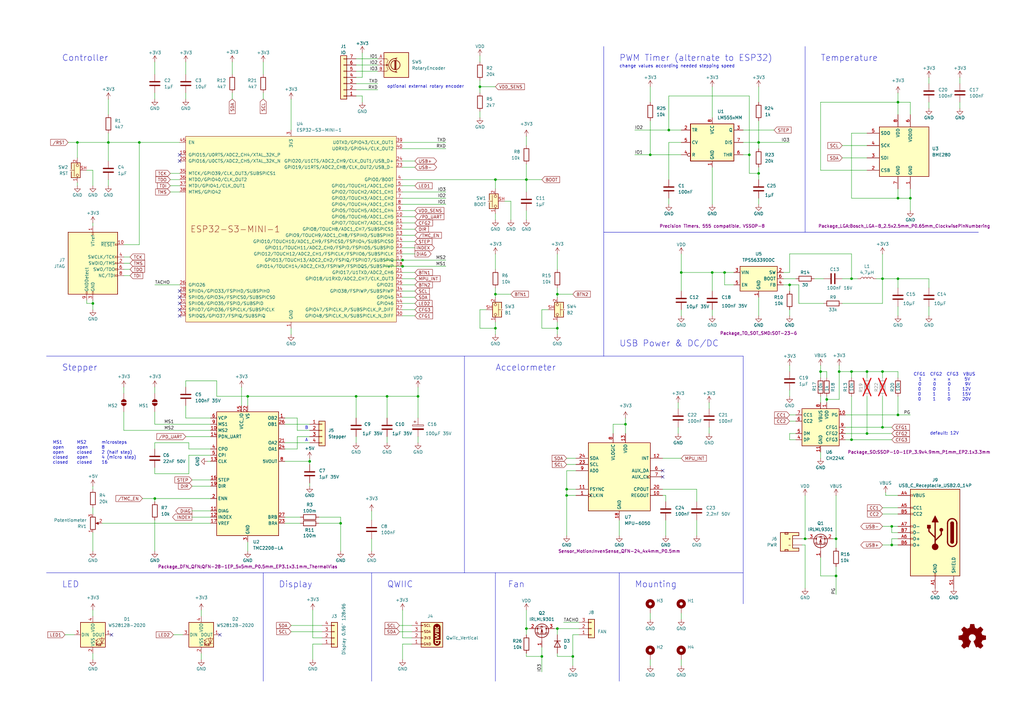
<source format=kicad_sch>
(kicad_sch (version 20250114) (generator "eeschema") (generator_version "9.0")
  (paper "A3")
  (title_block (title "ESP32STEPPER") (date "2025-03-16") (rev "1.0") (company "Stefan Herold") (comment 1 "License: https://ohwr.org/cern_ohl_w_v2.txt (CERN-OHL-W)") (comment 2 "Project: https://github.com/nerdyscout/esp32stepper"))
  (bus_alias "USB" (members "USB*"))
  (text "Mounting" (at 260.35 241.3 0) (effects (font (size 2.54 2.54)) (justify left bottom)))
  (text "LED" (at 25.4 241.3 0) (effects (font (size 2.54 2.54)) (justify left bottom)))
  (text "Accelormeter" (at 203.2 152.4 0) (effects (font (size 2.54 2.54)) (justify left bottom)))
  (text "Display" (at 114.3 241.3 0) (effects (font (size 2.54 2.54)) (justify left bottom)))
  (text "default: 12V" (at 387.35 177.8 0) (effects (font (size 1.27 1.27))))
  (text "B" (at 125.73 175.514 0) (effects (font (size 1.27 1.27))))
  (text "Temperature" (at 336.55 25.4 0) (effects (font (size 2.54 2.54)) (justify left bottom)))
  (text "CFG1  CFG2  CFG3  VBUS\n1     x     x      5V\n0     0     0      9V\n0     0     1     12V\n0     1     1     15V\n0     1     0     20V" (at 387.35 158.75 0) (effects (font (size 1.27 1.27))))
  (text "optional external rotary encoder" (at 158.75 35.56 0) (effects (font (size 1.27 1.27)) (justify left)))
  (text "Stepper" (at 25.4 152.4 0) (effects (font (size 2.54 2.54)) (justify left bottom)))
  (text "USB Power & DC/DC" (at 254 142.494 0) (effects (font (size 2.54 2.54)) (justify left bottom)))
  (text "A" (at 125.73 180.594 0) (effects (font (size 1.27 1.27))))
  (text "QWIIC" (at 158.75 241.3 0) (effects (font (size 2.54 2.54)) (justify left bottom)))
  (text "Controller" (at 25.4 25.4 0) (effects (font (size 2.54 2.54)) (justify left bottom)))
  (text "MS1		MS2		microsteps\nopen	open 	8\nopen	closed	2 (half step)\nclosed	open	4 (micro step)\nclosed	closed	16" (at 21.59 190.5 0) (effects (font (size 1.27 1.27)) (justify left bottom)))
  (text "Fan" (at 208.28 241.3 0) (effects (font (size 2.54 2.54)) (justify left bottom)))
  (text "PWM Timer (alternate to ESP32)" (at 254 25.4 0) (effects (font (size 2.54 2.54)) (justify left bottom)))
  (text "change values according needed stepping speed" (at 254 27.94 0) (effects (font (size 1.27 1.27)) (justify left bottom)))
  (junction (at 57.15 58.42))
  (junction (at 344.17 152.4))
  (junction (at 38.1 124.46))
  (junction (at 323.85 116.84))
  (junction (at 158.75 162.56))
  (junction (at 215.9 73.66))
  (junction (at 228.6 120.65))
  (junction (at 222.25 269.24))
  (junction (at 368.3 81.28))
  (junction (at 146.05 162.56))
  (junction (at 355.6 152.4))
  (junction (at 215.9 257.81))
  (junction (at 63.5 204.47))
  (junction (at 336.55 152.4))
  (junction (at 368.3 170.18))
  (junction (at 171.45 162.56))
  (junction (at 228.6 134.62))
  (junction (at 203.2 73.66))
  (junction (at 266.7 63.5))
  (junction (at 342.9 220.98))
  (junction (at 361.95 152.4))
  (junction (at 232.41 200.66))
  (junction (at 234.95 269.24))
  (junction (at 165.1 109.22))
  (junction (at 368.3 114.3))
  (junction (at 311.15 58.42))
  (junction (at 196.85 35.56))
  (junction (at 349.25 114.3))
  (junction (at 342.9 236.22))
  (junction (at 165.1 106.68))
  (junction (at 355.6 177.8))
  (junction (at 349.25 180.34))
  (junction (at 297.18 111.76))
  (junction (at 203.2 134.62))
  (junction (at 101.6 162.56))
  (junction (at 292.1 111.76))
  (junction (at 365.76 215.9))
  (junction (at 349.25 152.4))
  (junction (at 127 189.23))
  (junction (at 44.45 58.42))
  (junction (at 228.6 257.81))
  (junction (at 365.76 223.52))
  (junction (at 256.54 173.99))
  (junction (at 274.32 53.34))
  (junction (at 361.95 175.26))
  (junction (at 31.75 58.42))
  (junction (at 339.09 163.83))
  (junction (at 279.4 111.76))
  (junction (at 311.15 71.12))
  (junction (at 368.3 41.91))
  (junction (at 232.41 203.2))
  (junction (at 330.2 220.98))
  (junction (at 373.38 81.28))
  (junction (at 307.34 63.5))
  (junction (at 203.2 120.65))
  (junction (at 139.7 214.63))
  (junction (at 361.95 114.3))
  (no_connect (at 73.66 127))
  (no_connect (at 73.66 121.92))
  (no_connect (at 73.66 124.46))
  (no_connect (at 90.17 260.35))
  (no_connect (at 73.66 66.04))
  (no_connect (at 45.72 260.35))
  (no_connect (at 271.78 193.04))
  (no_connect (at 73.66 129.54))
  (no_connect (at 73.66 63.5))
  (no_connect (at 73.66 119.38))
  (no_connect (at 271.78 195.58))
  (wire (pts (xy 346.71 180.34) (xy 349.25 180.34)))
  (wire (pts (xy 69.85 76.2) (xy 73.66 76.2)))
  (wire (pts (xy 158.75 162.56) (xy 158.75 171.45)))
  (wire (pts (xy 355.6 177.8) (xy 346.71 177.8)))
  (wire (pts (xy 165.1 73.66) (xy 203.2 73.66)))
  (wire (pts (xy 307.34 63.5) (xy 307.34 39.37)))
  (wire (pts (xy 170.18 114.3) (xy 165.1 114.3)))
  (wire (pts (xy 339.09 162.56) (xy 339.09 163.83)))
  (wire (pts (xy 148.59 39.37) (xy 148.59 41.91)))
  (wire (pts (xy 146.05 39.37) (xy 148.59 39.37)))
  (wire (pts (xy 251.46 173.99) (xy 256.54 173.99)))
  (wire (pts (xy 228.6 257.81) (xy 228.6 260.35)))
  (wire (pts (xy 266.7 270.51) (xy 266.7 273.05)))
  (wire (pts (xy 292.1 68.58) (xy 292.1 83.82)))
  (wire (pts (xy 63.5 158.75) (xy 63.5 161.29)))
  (wire (pts (xy 311.15 58.42) (xy 323.85 58.42)))
  (wire (pts (xy 336.55 162.56) (xy 336.55 165.1)))
  (wire (pts (xy 339.09 152.4) (xy 336.55 152.4)))
  (wire (pts (xy 336.55 228.6) (xy 336.55 236.22)))
  (wire (pts (xy 365.76 215.9) (xy 368.3 215.9)))
  (wire (pts (xy 349.25 152.4) (xy 349.25 154.94)))
  (wire (pts (xy 381 125.73) (xy 381 129.54)))
  (wire (pts (xy 158.75 179.07) (xy 158.75 181.61)))
  (wire (pts (xy 228.6 132.08) (xy 228.6 134.62)))
  (polyline (pts (xy 401.32 95.25) (xy 247.65 95.25)))
  (wire (pts (xy 231.14 255.27) (xy 237.49 255.27)))
  (wire (pts (xy 77.47 194.31) (xy 77.47 186.69)))
  (wire (pts (xy 165.1 109.22) (xy 182.88 109.22)))
  (wire (pts (xy 323.85 111.76) (xy 323.85 104.14)))
  (wire (pts (xy 215.9 257.81) (xy 215.9 260.35)))
  (wire (pts (xy 323.85 170.18) (xy 326.39 170.18)))
  (wire (pts (xy 31.75 76.2) (xy 31.75 74.93)))
  (wire (pts (xy 234.95 269.24) (xy 234.95 273.05)))
  (wire (pts (xy 203.2 134.62) (xy 203.2 137.16)))
  (wire (pts (xy 165.1 78.74) (xy 182.88 78.74)))
  (wire (pts (xy 365.76 223.52) (xy 368.3 223.52)))
  (wire (pts (xy 78.74 199.39) (xy 86.36 199.39)))
  (wire (pts (xy 78.74 196.85) (xy 86.36 196.85)))
  (wire (pts (xy 163.83 259.08) (xy 168.91 259.08)))
  (wire (pts (xy 307.34 63.5) (xy 304.8 63.5)))
  (wire (pts (xy 228.6 118.11) (xy 228.6 120.65)))
  (wire (pts (xy 328.93 223.52) (xy 330.2 223.52)))
  (wire (pts (xy 336.55 149.86) (xy 336.55 152.4)))
  (wire (pts (xy 361.95 104.14) (xy 361.95 114.3)))
  (wire (pts (xy 196.85 35.56) (xy 203.2 35.56)))
  (wire (pts (xy 76.2 40.64) (xy 76.2 38.1)))
  (polyline (pts (xy 19.05 146.05) (xy 247.65 146.05)))
  (wire (pts (xy 232.41 203.2) (xy 236.22 203.2)))
  (wire (pts (xy 304.8 53.34) (xy 317.5 53.34)))
  (wire (pts (xy 170.18 96.52) (xy 165.1 96.52)))
  (wire (pts (xy 349.25 104.14) (xy 349.25 114.3)))
  (wire (pts (xy 152.4 213.36) (xy 152.4 209.55)))
  (wire (pts (xy 107.95 25.4) (xy 107.95 30.48)))
  (wire (pts (xy 256.54 171.45) (xy 256.54 173.99)))
  (wire (pts (xy 88.9 162.56) (xy 101.6 162.56)))
  (wire (pts (xy 368.3 41.91) (xy 368.3 46.99)))
  (wire (pts (xy 127 199.39) (xy 127 198.12)))
  (wire (pts (xy 146.05 34.29) (xy 154.94 34.29)))
  (wire (pts (xy 368.3 220.98) (xy 365.76 220.98)))
  (wire (pts (xy 323.85 149.86) (xy 323.85 152.4)))
  (wire (pts (xy 170.18 116.84) (xy 165.1 116.84)))
  (wire (pts (xy 236.22 193.04) (xy 232.41 193.04)))
  (wire (pts (xy 76.2 179.07) (xy 86.36 179.07)))
  (wire (pts (xy 158.75 162.56) (xy 171.45 162.56)))
  (wire (pts (xy 368.3 81.28) (xy 373.38 81.28)))
  (wire (pts (xy 373.38 46.99) (xy 373.38 41.91)))
  (wire (pts (xy 336.55 69.85) (xy 336.55 41.91)))
  (wire (pts (xy 297.18 111.76) (xy 300.99 111.76)))
  (wire (pts (xy 311.15 58.42) (xy 311.15 60.96)))
  (wire (pts (xy 323.85 116.84) (xy 327.66 116.84)))
  (wire (pts (xy 123.19 212.09) (xy 116.84 212.09)))
  (wire (pts (xy 361.95 208.28) (xy 368.3 208.28)))
  (wire (pts (xy 342.9 236.22) (xy 342.9 243.84)))
  (wire (pts (xy 344.17 152.4) (xy 349.25 152.4)))
  (wire (pts (xy 279.4 111.76) (xy 279.4 119.38)))
  (wire (pts (xy 77.47 184.15) (xy 86.36 184.15)))
  (wire (pts (xy 355.6 162.56) (xy 355.6 177.8)))
  (wire (pts (xy 274.32 58.42) (xy 279.4 58.42)))
  (wire (pts (xy 107.95 40.64) (xy 107.95 38.1)))
  (wire (pts (xy 311.15 35.56) (xy 311.15 41.91)))
  (wire (pts (xy 165.1 58.42) (xy 182.88 58.42)))
  (wire (pts (xy 373.38 81.28) (xy 373.38 77.47)))
  (wire (pts (xy 222.25 269.24) (xy 222.25 275.59)))
  (wire (pts (xy 38.1 250.19) (xy 38.1 252.73)))
  (wire (pts (xy 86.36 171.45) (xy 76.2 171.45)))
  (wire (pts (xy 227.33 257.81) (xy 228.6 257.81)))
  (wire (pts (xy 73.66 116.84) (xy 63.5 116.84)))
  (wire (pts (xy 121.92 179.07) (xy 121.92 184.15)))
  (wire (pts (xy 38.1 91.44) (xy 38.1 92.71)))
  (wire (pts (xy 146.05 24.13) (xy 154.94 24.13)))
  (wire (pts (xy 260.35 63.5) (xy 266.7 63.5)))
  (wire (pts (xy 311.15 71.12) (xy 311.15 73.66)))
  (wire (pts (xy 339.09 154.94) (xy 339.09 152.4)))
  (wire (pts (xy 336.55 187.96) (xy 336.55 185.42)))
  (wire (pts (xy 381 118.11) (xy 381 114.3)))
  (wire (pts (xy 50.8 158.75) (xy 50.8 161.29)))
  (wire (pts (xy 165.1 261.62) (xy 168.91 261.62)))
  (wire (pts (xy 196.85 45.72) (xy 196.85 48.26)))
  (wire (pts (xy 345.44 64.77) (xy 355.6 64.77)))
  (wire (pts (xy 132.08 261.62) (xy 128.27 261.62)))
  (wire (pts (xy 292.1 35.56) (xy 292.1 48.26)))
  (wire (pts (xy 381 31.75) (xy 381 34.29)))
  (wire (pts (xy 57.15 100.33) (xy 57.15 58.42)))
  (wire (pts (xy 63.5 213.36) (xy 63.5 226.06)))
  (wire (pts (xy 345.44 124.46) (xy 361.95 124.46)))
  (wire (pts (xy 116.84 189.23) (xy 127 189.23)))
  (wire (pts (xy 228.6 269.24) (xy 234.95 269.24)))
  (wire (pts (xy 323.85 172.72) (xy 326.39 172.72)))
  (wire (pts (xy 170.18 111.76) (xy 165.1 111.76)))
  (wire (pts (xy 349.25 114.3) (xy 345.44 114.3)))
  (wire (pts (xy 292.1 111.76) (xy 292.1 119.38)))
  (wire (pts (xy 365.76 220.98) (xy 365.76 223.52)))
  (wire (pts (xy 50.8 168.91) (xy 50.8 176.53)))
  (wire (pts (xy 232.41 200.66) (xy 232.41 203.2)))
  (polyline (pts (xy 304.8 146.05) (xy 304.8 247.65)))
  (wire (pts (xy 50.8 100.33) (xy 57.15 100.33)))
  (wire (pts (xy 35.56 69.85) (xy 38.1 69.85)))
  (wire (pts (xy 361.95 152.4) (xy 355.6 152.4)))
  (wire (pts (xy 237.49 260.35) (xy 234.95 260.35)))
  (wire (pts (xy 393.7 44.45) (xy 393.7 41.91)))
  (wire (pts (xy 311.15 71.12) (xy 307.34 71.12)))
  (wire (pts (xy 341.63 220.98) (xy 342.9 220.98)))
  (wire (pts (xy 63.5 204.47) (xy 86.36 204.47)))
  (wire (pts (xy 82.55 250.19) (xy 82.55 252.73)))
  (wire (pts (xy 203.2 120.65) (xy 209.55 120.65)))
  (wire (pts (xy 76.2 156.21) (xy 88.9 156.21)))
  (wire (pts (xy 279.4 251.46) (xy 279.4 254)))
  (wire (pts (xy 279.4 129.54) (xy 279.4 127)))
  (wire (pts (xy 266.7 63.5) (xy 279.4 63.5)))
  (wire (pts (xy 215.9 250.19) (xy 215.9 257.81)))
  (polyline (pts (xy 330.2 19.05) (xy 330.2 95.25)))
  (wire (pts (xy 330.2 203.2) (xy 330.2 220.98)))
  (wire (pts (xy 373.38 41.91) (xy 368.3 41.91)))
  (wire (pts (xy 146.05 26.67) (xy 154.94 26.67)))
  (wire (pts (xy 365.76 218.44) (xy 365.76 215.9)))
  (wire (pts (xy 165.1 83.82) (xy 182.88 83.82)))
  (wire (pts (xy 222.25 265.43) (xy 222.25 269.24)))
  (wire (pts (xy 232.41 193.04) (xy 232.41 200.66)))
  (polyline (pts (xy 203.2 234.95) (xy 203.2 279.4)))
  (wire (pts (xy 203.2 73.66) (xy 203.2 77.47)))
  (wire (pts (xy 368.3 218.44) (xy 365.76 218.44)))
  (wire (pts (xy 321.31 116.84) (xy 323.85 116.84)))
  (wire (pts (xy 63.5 184.15) (xy 63.5 181.61)))
  (wire (pts (xy 266.7 49.53) (xy 266.7 63.5)))
  (wire (pts (xy 69.85 71.12) (xy 73.66 71.12)))
  (wire (pts (xy 224.79 127) (xy 222.25 127)))
  (wire (pts (xy 69.85 78.74) (xy 73.66 78.74)))
  (wire (pts (xy 27.94 58.42) (xy 31.75 58.42)))
  (wire (pts (xy 327.66 124.46) (xy 337.82 124.46)))
  (wire (pts (xy 215.9 269.24) (xy 222.25 269.24)))
  (wire (pts (xy 165.1 270.51) (xy 165.1 264.16)))
  (polyline (pts (xy 152.4 234.95) (xy 152.4 279.4)))
  (wire (pts (xy 165.1 81.28) (xy 182.88 81.28)))
  (wire (pts (xy 63.5 194.31) (xy 77.47 194.31)))
  (wire (pts (xy 381 44.45) (xy 381 41.91)))
  (wire (pts (xy 53.34 113.03) (xy 50.8 113.03)))
  (wire (pts (xy 342.9 220.98) (xy 342.9 224.79)))
  (polyline (pts (xy 107.95 234.95) (xy 107.95 279.4)))
  (wire (pts (xy 323.85 162.56) (xy 323.85 160.02)))
  (wire (pts (xy 215.9 267.97) (xy 215.9 269.24)))
  (wire (pts (xy 285.75 213.36) (xy 285.75 219.71)))
  (wire (pts (xy 368.3 162.56) (xy 368.3 170.18)))
  (wire (pts (xy 222.25 134.62) (xy 228.6 134.62)))
  (wire (pts (xy 165.1 86.36) (xy 170.18 86.36)))
  (wire (pts (xy 127 189.23) (xy 127 190.5)))
  (wire (pts (xy 53.34 107.95) (xy 50.8 107.95)))
  (wire (pts (xy 256.54 173.99) (xy 256.54 177.8)))
  (wire (pts (xy 349.25 180.34) (xy 365.76 180.34)))
  (wire (pts (xy 361.95 215.9) (xy 365.76 215.9)))
  (wire (pts (xy 311.15 68.58) (xy 311.15 71.12)))
  (wire (pts (xy 157.48 109.22) (xy 165.1 109.22)))
  (wire (pts (xy 336.55 236.22) (xy 342.9 236.22)))
  (wire (pts (xy 26.67 260.35) (xy 30.48 260.35)))
  (wire (pts (xy 165.1 60.96) (xy 182.88 60.96)))
  (wire (pts (xy 165.1 88.9) (xy 170.18 88.9)))
  (polyline (pts (xy 190.5 146.05) (xy 190.5 234.95)))
  (wire (pts (xy 196.85 134.62) (xy 203.2 134.62)))
  (wire (pts (xy 349.25 152.4) (xy 355.6 152.4)))
  (wire (pts (xy 273.05 205.74) (xy 273.05 203.2)))
  (wire (pts (xy 53.34 105.41) (xy 50.8 105.41)))
  (wire (pts (xy 63.5 40.64) (xy 63.5 38.1)))
  (wire (pts (xy 95.25 25.4) (xy 95.25 30.48)))
  (wire (pts (xy 361.95 124.46) (xy 361.95 114.3)))
  (wire (pts (xy 222.25 73.66) (xy 215.9 73.66)))
  (wire (pts (xy 274.32 81.28) (xy 274.32 83.82)))
  (wire (pts (xy 279.4 111.76) (xy 292.1 111.76)))
  (wire (pts (xy 146.05 179.07) (xy 146.05 181.61)))
  (wire (pts (xy 368.3 118.11) (xy 368.3 114.3)))
  (wire (pts (xy 76.2 25.4) (xy 76.2 30.48)))
  (wire (pts (xy 38.1 218.44) (xy 38.1 226.06)))
  (wire (pts (xy 344.17 163.83) (xy 339.09 163.83)))
  (wire (pts (xy 146.05 31.75) (xy 148.59 31.75)))
  (wire (pts (xy 228.6 267.97) (xy 228.6 269.24)))
  (wire (pts (xy 290.83 177.8) (xy 290.83 175.26)))
  (wire (pts (xy 123.19 214.63) (xy 116.84 214.63)))
  (wire (pts (xy 116.84 181.61) (xy 127 181.61)))
  (wire (pts (xy 349.25 81.28) (xy 368.3 81.28)))
  (wire (pts (xy 128.27 250.19) (xy 128.27 261.62)))
  (wire (pts (xy 297.18 111.76) (xy 297.18 116.84)))
  (wire (pts (xy 336.55 152.4) (xy 336.55 154.94)))
  (wire (pts (xy 116.84 184.15) (xy 121.92 184.15)))
  (wire (pts (xy 58.42 204.47) (xy 63.5 204.47)))
  (polyline (pts (xy 203.2 234.95) (xy 304.8 234.95)))
  (wire (pts (xy 130.81 212.09) (xy 139.7 212.09)))
  (wire (pts (xy 77.47 186.69) (xy 86.36 186.69)))
  (wire (pts (xy 274.32 58.42) (xy 274.32 73.66)))
  (wire (pts (xy 232.41 190.5) (xy 236.22 190.5)))
  (wire (pts (xy 278.13 177.8) (xy 278.13 175.26)))
  (wire (pts (xy 63.5 25.4) (xy 63.5 30.48)))
  (wire (pts (xy 228.6 120.65) (xy 228.6 121.92)))
  (wire (pts (xy 44.45 54.61) (xy 44.45 58.42)))
  (wire (pts (xy 146.05 36.83) (xy 154.94 36.83)))
  (wire (pts (xy 69.85 73.66) (xy 73.66 73.66)))
  (wire (pts (xy 368.3 77.47) (xy 368.3 81.28)))
  (wire (pts (xy 77.47 181.61) (xy 77.47 184.15)))
  (wire (pts (xy 171.45 179.07) (xy 171.45 181.61)))
  (wire (pts (xy 203.2 132.08) (xy 203.2 134.62)))
  (wire (pts (xy 170.18 66.04) (xy 165.1 66.04)))
  (wire (pts (xy 323.85 127) (xy 323.85 129.54)))
  (wire (pts (xy 44.45 58.42) (xy 44.45 66.04)))
  (wire (pts (xy 363.22 203.2) (xy 368.3 203.2)))
  (wire (pts (xy 311.15 81.28) (xy 311.15 83.82)))
  (wire (pts (xy 38.1 124.46) (xy 38.1 123.19)))
  (wire (pts (xy 300.99 116.84) (xy 297.18 116.84)))
  (polyline (pts (xy 19.05 234.95) (xy 190.5 234.95)))
  (wire (pts (xy 95.25 40.64) (xy 95.25 38.1)))
  (wire (pts (xy 101.6 166.37) (xy 101.6 162.56)))
  (wire (pts (xy 171.45 171.45) (xy 171.45 162.56)))
  (wire (pts (xy 346.71 170.18) (xy 368.3 170.18)))
  (wire (pts (xy 355.6 152.4) (xy 355.6 154.94)))
  (wire (pts (xy 170.18 93.98) (xy 165.1 93.98)))
  (wire (pts (xy 326.39 180.34) (xy 323.85 180.34)))
  (wire (pts (xy 273.05 203.2) (xy 271.78 203.2)))
  (wire (pts (xy 361.95 152.4) (xy 361.95 154.94)))
  (wire (pts (xy 236.22 200.66) (xy 232.41 200.66)))
  (wire (pts (xy 321.31 111.76) (xy 323.85 111.76)))
  (wire (pts (xy 279.4 104.14) (xy 279.4 111.76)))
  (wire (pts (xy 203.2 104.14) (xy 203.2 110.49)))
  (wire (pts (xy 274.32 53.34) (xy 279.4 53.34)))
  (wire (pts (xy 119.38 137.16) (xy 119.38 134.62)))
  (wire (pts (xy 116.84 171.45) (xy 121.92 171.45)))
  (wire (pts (xy 321.31 114.3) (xy 326.39 114.3)))
  (wire (pts (xy 53.34 110.49) (xy 50.8 110.49)))
  (wire (pts (xy 327.66 124.46) (xy 327.66 116.84)))
  (wire (pts (xy 44.45 40.64) (xy 44.45 46.99)))
  (wire (pts (xy 35.56 124.46) (xy 38.1 124.46)))
  (wire (pts (xy 215.9 55.88) (xy 215.9 59.69)))
  (wire (pts (xy 152.4 226.06) (xy 152.4 220.98)))
  (wire (pts (xy 330.2 220.98) (xy 328.93 220.98)))
  (wire (pts (xy 170.18 76.2) (xy 165.1 76.2)))
  (wire (pts (xy 148.59 21.59) (xy 148.59 31.75)))
  (wire (pts (xy 361.95 152.4) (xy 368.3 152.4)))
  (polyline (pts (xy 254 234.95) (xy 254 279.4)))
  (wire (pts (xy 361.95 210.82) (xy 368.3 210.82)))
  (wire (pts (xy 170.18 91.44) (xy 165.1 91.44)))
  (wire (pts (xy 215.9 67.31) (xy 215.9 73.66)))
  (wire (pts (xy 132.08 264.16) (xy 128.27 264.16)))
  (wire (pts (xy 290.83 165.1) (xy 290.83 167.64)))
  (wire (pts (xy 171.45 158.75) (xy 171.45 162.56)))
  (wire (pts (xy 31.75 64.77) (xy 31.75 58.42)))
  (polyline (pts (xy 304.8 146.05) (xy 247.65 146.05)))
  (wire (pts (xy 368.3 152.4) (xy 368.3 154.94)))
  (wire (pts (xy 215.9 90.17) (xy 215.9 86.36)))
  (wire (pts (xy 63.5 168.91) (xy 63.5 173.99)))
  (wire (pts (xy 344.17 149.86) (xy 344.17 152.4)))
  (wire (pts (xy 203.2 90.17) (xy 203.2 87.63)))
  (wire (pts (xy 99.06 158.75) (xy 99.06 166.37)))
  (wire (pts (xy 285.75 205.74) (xy 285.75 200.66)))
  (wire (pts (xy 285.75 200.66) (xy 271.78 200.66)))
  (wire (pts (xy 170.18 68.58) (xy 165.1 68.58)))
  (wire (pts (xy 35.56 123.19) (xy 35.56 124.46)))
  (wire (pts (xy 163.83 256.54) (xy 168.91 256.54)))
  (wire (pts (xy 234.95 260.35) (xy 234.95 269.24)))
  (wire (pts (xy 330.2 223.52) (xy 330.2 241.3)))
  (wire (pts (xy 323.85 177.8) (xy 326.39 177.8)))
  (wire (pts (xy 170.18 121.92) (xy 165.1 121.92)))
  (wire (pts (xy 71.12 260.35) (xy 74.93 260.35)))
  (wire (pts (xy 368.3 38.1) (xy 368.3 41.91)))
  (wire (pts (xy 31.75 58.42) (xy 44.45 58.42)))
  (wire (pts (xy 85.09 189.23) (xy 86.36 189.23)))
  (wire (pts (xy 38.1 270.51) (xy 38.1 267.97)))
  (wire (pts (xy 292.1 111.76) (xy 297.18 111.76)))
  (wire (pts (xy 344.17 152.4) (xy 344.17 163.83)))
  (wire (pts (xy 361.95 223.52) (xy 365.76 223.52)))
  (wire (pts (xy 119.38 256.54) (xy 132.08 256.54)))
  (wire (pts (xy 207.01 82.55) (xy 209.55 82.55)))
  (wire (pts (xy 78.74 209.55) (xy 86.36 209.55)))
  (wire (pts (xy 88.9 156.21) (xy 88.9 162.56)))
  (wire (pts (xy 345.44 59.69) (xy 355.6 59.69)))
  (wire (pts (xy 232.41 203.2) (xy 232.41 219.71)))
  (wire (pts (xy 63.5 181.61) (xy 77.47 181.61)))
  (wire (pts (xy 57.15 58.42) (xy 73.66 58.42)))
  (wire (pts (xy 279.4 187.96) (xy 271.78 187.96)))
  (wire (pts (xy 44.45 58.42) (xy 57.15 58.42)))
  (wire (pts (xy 228.6 120.65) (xy 234.95 120.65)))
  (wire (pts (xy 278.13 165.1) (xy 278.13 167.64)))
  (wire (pts (xy 393.7 31.75) (xy 393.7 34.29)))
  (wire (pts (xy 373.38 86.36) (xy 373.38 81.28)))
  (wire (pts (xy 170.18 129.54) (xy 165.1 129.54)))
  (wire (pts (xy 76.2 171.45) (xy 76.2 166.37)))
  (wire (pts (xy 139.7 214.63) (xy 139.7 226.06)))
  (wire (pts (xy 215.9 73.66) (xy 203.2 73.66)))
  (wire (pts (xy 170.18 124.46) (xy 165.1 124.46)))
  (wire (pts (xy 215.9 78.74) (xy 215.9 73.66)))
  (wire (pts (xy 119.38 40.64) (xy 119.38 53.34)))
  (wire (pts (xy 38.1 124.46) (xy 38.1 127)))
  (wire (pts (xy 311.15 49.53) (xy 311.15 58.42)))
  (wire (pts (xy 342.9 236.22) (xy 342.9 232.41)))
  (wire (pts (xy 334.01 114.3) (xy 337.82 114.3)))
  (wire (pts (xy 228.6 134.62) (xy 228.6 137.16)))
  (wire (pts (xy 342.9 203.2) (xy 342.9 220.98)))
  (wire (pts (xy 196.85 22.86) (xy 196.85 25.4)))
  (wire (pts (xy 101.6 162.56) (xy 146.05 162.56)))
  (wire (pts (xy 170.18 127) (xy 165.1 127)))
  (wire (pts (xy 307.34 63.5) (xy 307.34 71.12)))
  (wire (pts (xy 44.45 76.2) (xy 44.45 73.66)))
  (wire (pts (xy 339.09 163.83) (xy 339.09 165.1)))
  (wire (pts (xy 128.27 264.16) (xy 128.27 270.51)))
  (wire (pts (xy 116.84 173.99) (xy 127 173.99)))
  (wire (pts (xy 273.05 213.36) (xy 273.05 219.71)))
  (wire (pts (xy 199.39 127) (xy 196.85 127)))
  (wire (pts (xy 121.92 171.45) (xy 121.92 176.53)))
  (wire (pts (xy 127 179.07) (xy 121.92 179.07)))
  (wire (pts (xy 361.95 162.56) (xy 361.95 175.26)))
  (wire (pts (xy 196.85 127) (xy 196.85 134.62)))
  (wire (pts (xy 279.4 270.51) (xy 279.4 273.05)))
  (wire (pts (xy 349.25 114.3) (xy 351.79 114.3)))
  (wire (pts (xy 330.2 220.98) (xy 331.47 220.98)))
  (wire (pts (xy 165.1 106.68) (xy 182.88 106.68)))
  (wire (pts (xy 146.05 162.56) (xy 146.05 171.45)))
  (wire (pts (xy 336.55 41.91) (xy 368.3 41.91)))
  (polyline (pts (xy 247.65 19.05) (xy 247.65 146.05)))
  (wire (pts (xy 170.18 104.14) (xy 165.1 104.14)))
  (wire (pts (xy 307.34 39.37) (xy 274.32 39.37)))
  (wire (pts (xy 82.55 270.51) (xy 82.55 267.97)))
  (wire (pts (xy 170.18 119.38) (xy 165.1 119.38)))
  (wire (pts (xy 355.6 54.61) (xy 349.25 54.61)))
  (wire (pts (xy 355.6 177.8) (xy 365.76 177.8)))
  (wire (pts (xy 157.48 106.68) (xy 165.1 106.68)))
  (wire (pts (xy 368.3 170.18) (xy 373.38 170.18)))
  (wire (pts (xy 361.95 175.26) (xy 365.76 175.26)))
  (wire (pts (xy 127 187.96) (xy 127 189.23)))
  (wire (pts (xy 78.74 212.09) (xy 86.36 212.09)))
  (wire (pts (xy 41.91 214.63) (xy 86.36 214.63)))
  (wire (pts (xy 361.95 114.3) (xy 368.3 114.3)))
  (wire (pts (xy 323.85 116.84) (xy 323.85 119.38)))
  (wire (pts (xy 323.85 180.34) (xy 323.85 177.8)))
  (wire (pts (xy 349.25 162.56) (xy 349.25 180.34)))
  (wire (pts (xy 311.15 121.92) (xy 311.15 129.54)))
  (wire (pts (xy 203.2 120.65) (xy 203.2 121.92)))
  (wire (pts (xy 165.1 264.16) (xy 168.91 264.16)))
  (wire (pts (xy 215.9 257.81) (xy 217.17 257.81)))
  (wire (pts (xy 349.25 54.61) (xy 349.25 81.28)))
  (wire (pts (xy 260.35 53.34) (xy 274.32 53.34)))
  (wire (pts (xy 38.1 208.28) (xy 38.1 210.82)))
  (wire (pts (xy 203.2 118.11) (xy 203.2 120.65)))
  (wire (pts (xy 196.85 35.56) (xy 196.85 38.1)))
  (wire (pts (xy 63.5 173.99) (xy 86.36 173.99)))
  (wire (pts (xy 222.25 127) (xy 222.25 134.62)))
  (wire (pts (xy 232.41 187.96) (xy 236.22 187.96)))
  (wire (pts (xy 323.85 104.14) (xy 349.25 104.14)))
  (wire (pts (xy 63.5 191.77) (xy 63.5 194.31)))
  (wire (pts (xy 196.85 33.02) (xy 196.85 35.56)))
  (wire (pts (xy 38.1 69.85) (xy 38.1 76.2)))
  (wire (pts (xy 228.6 257.81) (xy 237.49 257.81)))
  (wire (pts (xy 368.3 114.3) (xy 381 114.3)))
  (wire (pts (xy 50.8 176.53) (xy 86.36 176.53)))
  (wire (pts (xy 363.22 201.93) (xy 363.22 203.2)))
  (wire (pts (xy 266.7 251.46) (xy 266.7 254)))
  (wire (pts (xy 146.05 162.56) (xy 158.75 162.56)))
  (wire (pts (xy 130.81 214.63) (xy 139.7 214.63)))
  (wire (pts (xy 101.6 226.06) (xy 101.6 222.25)))
  (wire (pts (xy 274.32 39.37) (xy 274.32 53.34)))
  (wire (pts (xy 209.55 82.55) (xy 209.55 90.17)))
  (wire (pts (xy 251.46 177.8) (xy 251.46 173.99)))
  (wire (pts (xy 139.7 212.09) (xy 139.7 214.63)))
  (wire (pts (xy 292.1 129.54) (xy 292.1 127)))
  (wire (pts (xy 368.3 125.73) (xy 368.3 129.54)))
  (wire (pts (xy 355.6 69.85) (xy 336.55 69.85)))
  (wire (pts (xy 266.7 35.56) (xy 266.7 41.91)))
  (wire (pts (xy 146.05 29.21) (xy 154.94 29.21)))
  (wire (pts (xy 76.2 158.75) (xy 76.2 156.21)))
  (wire (pts (xy 254 213.36) (xy 254 219.71)))
  (wire (pts (xy 228.6 104.14) (xy 228.6 110.49)))
  (polyline (pts (xy 190.5 234.95) (xy 203.2 234.95)))
  (wire (pts (xy 165.1 250.19) (xy 165.1 261.62)))
  (wire (pts (xy 38.1 199.39) (xy 38.1 200.66)))
  (wire (pts (xy 119.38 259.08) (xy 132.08 259.08)))
  (wire (pts (xy 63.5 204.47) (xy 63.5 205.74)))
  (wire (pts (xy 170.18 101.6) (xy 165.1 101.6)))
  (wire (pts (xy 361.95 114.3) (xy 359.41 114.3)))
  (wire (pts (xy 121.92 176.53) (xy 127 176.53)))
  (wire (pts (xy 346.71 175.26) (xy 361.95 175.26)))
  (wire (pts (xy 170.18 99.06) (xy 165.1 99.06)))
  (wire (pts (xy 304.8 58.42) (xy 311.15 58.42)))
  (label "TXD" (at 154.94 34.29 180))
  (label "MS2" (at 182.88 106.68 180))
  (label "MS2" (at 67.31 176.53 0))
  (label "IO3" (at 323.85 58.42 180))
  (label "IO1" (at 260.35 63.5 0))
  (label "IO2" (at 260.35 53.34 0))
  (label "RXD" (at 154.94 36.83 180))
  (label "RXD" (at 182.88 60.96 180))
  (label "IO3" (at 222.25 275.59 90))
  (label "IO1" (at 182.88 83.82 180))
  (label "PG" (at 373.38 170.18 180))
  (label "TXD" (at 182.88 58.42 180))
  (label "PG" (at 342.9 243.84 90))
  (label "IO3" (at 154.94 29.21 180))
  (label "MS1" (at 67.31 173.99 0))
  (label "TACHO" (at 231.14 255.27 0))
  (label "MS1" (at 182.88 109.22 180))
  (label "IO1" (at 154.94 24.13 180))
  (label "IO2" (at 182.88 81.28 180))
  (label "IO3" (at 182.88 78.74 180))
  (label "TACHO" (at 63.5 116.84 0))
  (label "IO2" (at 154.94 26.67 180))
  (global_label "TCK" (shape input) (at 69.85 71.12 180) (property "Intersheetrefs" "${INTERSHEET_REFS}" (effects (hide yes))))
  (global_label "{slash}PD_UART" (shape input) (at 76.2 179.07 180) (property "Intersheetrefs" "${INTERSHEET_REFS}" (effects (hide yes))))
  (global_label "USB-" (shape bidirectional) (at 170.18 68.58 0) (property "Intersheetrefs" "${INTERSHEET_REFS}" (effects (hide yes))))
  (global_label "{slash}TMC_EN" (shape input) (at 170.18 96.52 0) (property "Intersheetrefs" "${INTERSHEET_REFS}" (effects (hide yes))))
  (global_label "MPU_INT" (shape input) (at 170.18 114.3 0) (property "Intersheetrefs" "${INTERSHEET_REFS}" (effects (hide yes))))
  (global_label "DIR" (shape input) (at 170.18 93.98 0) (property "Intersheetrefs" "${INTERSHEET_REFS}" (effects (hide yes))))
  (global_label "{slash}RST" (shape input) (at 27.94 58.42 180) (property "Intersheetrefs" "${INTERSHEET_REFS}" (effects (hide yes))))
  (global_label "TMS" (shape input) (at 69.85 78.74 180) (property "Intersheetrefs" "${INTERSHEET_REFS}" (effects (hide yes))))
  (global_label "SCL" (shape input) (at 170.18 119.38 0) (property "Intersheetrefs" "${INTERSHEET_REFS}" (effects (hide yes))))
  (global_label "{slash}PD_UART" (shape input) (at 170.18 88.9 0) (property "Intersheetrefs" "${INTERSHEET_REFS}" (effects (hide yes))))
  (global_label "SDA" (shape input) (at 163.83 259.08 180) (property "Intersheetrefs" "${INTERSHEET_REFS}" (effects (hide yes))))
  (global_label "SCL" (shape input) (at 345.44 59.69 180) (property "Intersheetrefs" "${INTERSHEET_REFS}" (effects (hide yes))))
  (global_label "INDEX" (shape output) (at 170.18 101.6 0) (property "Intersheetrefs" "${INTERSHEET_REFS}" (effects (hide yes))))
  (global_label "LED1" (shape input) (at 26.67 260.35 180) (property "Intersheetrefs" "${INTERSHEET_REFS}" (effects (hide yes))))
  (global_label "SDA" (shape input) (at 170.18 121.92 0) (property "Intersheetrefs" "${INTERSHEET_REFS}" (effects (hide yes))))
  (global_label "TDO" (shape input) (at 69.85 73.66 180) (property "Intersheetrefs" "${INTERSHEET_REFS}" (effects (hide yes))))
  (global_label "BTN2" (shape input) (at 170.18 116.84 0) (property "Intersheetrefs" "${INTERSHEET_REFS}" (effects (hide yes))))
  (global_label "LED2" (shape input) (at 170.18 124.46 0) (property "Intersheetrefs" "${INTERSHEET_REFS}" (effects (hide yes))))
  (global_label "SDA" (shape input) (at 119.38 256.54 180) (property "Intersheetrefs" "${INTERSHEET_REFS}" (effects (hide yes))))
  (global_label "TDO" (shape input) (at 53.34 110.49 0) (property "Intersheetrefs" "${INTERSHEET_REFS}" (effects (hide yes))))
  (global_label "CFG2" (shape input) (at 170.18 91.44 0) (property "Intersheetrefs" "${INTERSHEET_REFS}" (effects (hide yes))))
  (global_label "TDI" (shape input) (at 69.85 76.2 180) (property "Intersheetrefs" "${INTERSHEET_REFS}" (effects (hide yes))))
  (global_label "DIAG" (shape output) (at 170.18 104.14 0) (property "Intersheetrefs" "${INTERSHEET_REFS}" (effects (hide yes))))
  (global_label "BTN1" (shape input) (at 170.18 111.76 0) (property "Intersheetrefs" "${INTERSHEET_REFS}" (effects (hide yes))))
  (global_label "BTN2" (shape input) (at 234.95 120.65 0) (property "Intersheetrefs" "${INTERSHEET_REFS}" (effects (hide yes))))
  (global_label "CC2" (shape input) (at 323.85 172.72 180) (property "Intersheetrefs" "${INTERSHEET_REFS}" (effects (hide yes))))
  (global_label "STEP" (shape input) (at 317.5 53.34 0) (property "Intersheetrefs" "${INTERSHEET_REFS}" (effects (hide yes))))
  (global_label "CC1" (shape input) (at 361.95 208.28 180) (property "Intersheetrefs" "${INTERSHEET_REFS}" (effects (hide yes))))
  (global_label "TCK" (shape input) (at 53.34 105.41 0) (property "Intersheetrefs" "${INTERSHEET_REFS}" (effects (hide yes))))
  (global_label "CFG1" (shape input) (at 365.76 175.26 0) (property "Intersheetrefs" "${INTERSHEET_REFS}" (effects (hide yes))))
  (global_label "CC2" (shape input) (at 361.95 210.82 180) (property "Intersheetrefs" "${INTERSHEET_REFS}" (effects (hide yes))))
  (global_label "LED2" (shape input) (at 71.12 260.35 180) (property "Intersheetrefs" "${INTERSHEET_REFS}" (effects (hide yes))))
  (global_label "BTN1" (shape input) (at 209.55 120.65 0) (property "Intersheetrefs" "${INTERSHEET_REFS}" (effects (hide yes))))
  (global_label "TMS" (shape input) (at 53.34 107.95 0) (property "Intersheetrefs" "${INTERSHEET_REFS}" (effects (hide yes))))
  (global_label "TDI" (shape input) (at 53.34 113.03 0) (property "Intersheetrefs" "${INTERSHEET_REFS}" (effects (hide yes))))
  (global_label "CFG1" (shape input) (at 170.18 129.54 0) (property "Intersheetrefs" "${INTERSHEET_REFS}" (effects (hide yes))))
  (global_label "CFG3" (shape input) (at 170.18 127 0) (property "Intersheetrefs" "${INTERSHEET_REFS}" (effects (hide yes))))
  (global_label "SDA" (shape input) (at 95.25 40.64 270) (property "Intersheetrefs" "${INTERSHEET_REFS}" (effects (hide yes))))
  (global_label "STEP" (shape input) (at 78.74 196.85 180) (property "Intersheetrefs" "${INTERSHEET_REFS}" (effects (hide yes))))
  (global_label "VDD_SENS" (shape input) (at 203.2 35.56 0) (property "Intersheetrefs" "${INTERSHEET_REFS}" (effects (hide yes))))
  (global_label "SDA" (shape input) (at 345.44 64.77 180) (property "Intersheetrefs" "${INTERSHEET_REFS}" (effects (hide yes))))
  (global_label "LED1" (shape input) (at 170.18 76.2 0) (property "Intersheetrefs" "${INTERSHEET_REFS}" (effects (hide yes))))
  (global_label "USB-" (shape bidirectional) (at 361.95 215.9 180) (property "Intersheetrefs" "${INTERSHEET_REFS}" (effects (hide yes))))
  (global_label "CFG2" (shape input) (at 365.76 177.8 0) (property "Intersheetrefs" "${INTERSHEET_REFS}" (effects (hide yes))))
  (global_label "SDA" (shape input) (at 232.41 187.96 180) (property "Intersheetrefs" "${INTERSHEET_REFS}" (effects (hide yes))))
  (global_label "MPU_INT" (shape input) (at 279.4 187.96 0) (property "Intersheetrefs" "${INTERSHEET_REFS}" (effects (hide yes))))
  (global_label "USB+" (shape bidirectional) (at 170.18 66.04 0) (property "Intersheetrefs" "${INTERSHEET_REFS}" (effects (hide yes))))
  (global_label "{slash}TMC_EN" (shape input) (at 58.42 204.47 180) (property "Intersheetrefs" "${INTERSHEET_REFS}" (effects (hide yes))))
  (global_label "SCL" (shape input) (at 119.38 259.08 180) (property "Intersheetrefs" "${INTERSHEET_REFS}" (effects (hide yes))))
  (global_label "SCL" (shape input) (at 107.95 40.64 270) (property "Intersheetrefs" "${INTERSHEET_REFS}" (effects (hide yes))))
  (global_label "SCL" (shape input) (at 163.83 256.54 180) (property "Intersheetrefs" "${INTERSHEET_REFS}" (effects (hide yes))))
  (global_label "VDD_SENS" (shape input) (at 170.18 86.36 0) (property "Intersheetrefs" "${INTERSHEET_REFS}" (effects (hide yes))))
  (global_label "BOOT" (shape input) (at 222.25 73.66 0) (property "Intersheetrefs" "${INTERSHEET_REFS}" (effects (hide yes))))
  (global_label "SCL" (shape input) (at 232.41 190.5 180) (property "Intersheetrefs" "${INTERSHEET_REFS}" (effects (hide yes))))
  (global_label "STEP" (shape input) (at 170.18 99.06 0) (property "Intersheetrefs" "${INTERSHEET_REFS}" (effects (hide yes))))
  (global_label "CFG3" (shape input) (at 365.76 180.34 0) (property "Intersheetrefs" "${INTERSHEET_REFS}" (effects (hide yes))))
  (global_label "DIAG" (shape output) (at 78.74 209.55 180) (property "Intersheetrefs" "${INTERSHEET_REFS}" (effects (hide yes))))
  (global_label "CC1" (shape input) (at 323.85 170.18 180) (property "Intersheetrefs" "${INTERSHEET_REFS}" (effects (hide yes))))
  (global_label "DIR" (shape input) (at 78.74 199.39 180) (property "Intersheetrefs" "${INTERSHEET_REFS}" (effects (hide yes))))
  (global_label "INDEX" (shape output) (at 78.74 212.09 180) (property "Intersheetrefs" "${INTERSHEET_REFS}" (effects (hide yes))))
  (global_label "USB+" (shape bidirectional) (at 361.95 223.52 180) (property "Intersheetrefs" "${INTERSHEET_REFS}" (effects (hide yes))))
  (symbol (lib_id "SparkFun-Connector:Conn_01x02_JST_2.0mm_LiPo") (at 323.85 220.98 0) (mirror y) (unit 1) (in_bom no)
    (property "Reference" "J6" (at 318.77 220.9799 0) (effects (justify left)))
    (property "Value" "PWR" (at 318.77 223.5199 0) (effects (justify left)))
    (property "Footprint" "SparkFun-Connector:JST_SMD_2.0mm-2" (effects (hide yes)))
    (property "Description" "2 Pin 2mm JST Battery Connector" (effects (hide yes)))
    (property "PROD_ID" "CONN-11443" (effects (hide yes)))
  )
  (symbol (lib_id "Mechanical:MountingHole_Pad") (at 266.7 248.92 0) (unit 1) (in_bom no)
    (property "Reference" "H3" (at 269.24 246.3799 0) (effects (justify left)))
    (property "Value" "MountingHole_Pad" (effects (hide yes)))
    (property "Footprint" "MountingHole:MountingHole_3.2mm_M3_Pad_Via" (effects (hide yes)))
    (property "Description" "Mounting Hole with connection" (effects (hide yes)))
  )
  (symbol (lib_id "power:VBUS") (at 336.55 149.86 0) (unit 1)
    (property "Reference" "#PWR010" (effects (hide yes)))
    (property "Value" "VBUS" (at 336.55 145.796 0))
    (property "Description" "Power symbol creates a global label with name \"VBUS\"" (effects (hide yes)))
  )
  (symbol (lib_id "SparkFun-PowerSymbol:GND") (at 381 129.54 0) (unit 1)
    (property "Reference" "#PWR096" (effects (hide yes)))
    (property "Value" "GND" (at 381 133.35 0))
    (property "Description" "Power symbol creates a global label with name \"GND\" , ground" (effects (hide yes)))
  )
  (symbol (lib_id "Transistor_FET:IRLML9301") (at 222.25 260.35 270) (mirror x) (unit 1)
    (property "Reference" "Q2" (at 222.25 251.46 90))
    (property "Value" "IRLML9301" (at 222.25 254 90))
    (property "Footprint" "Package_TO_SOT_SMD:SOT-23" (effects (hide yes)))
    (property "Datasheet" "https://www.infineon.com/dgdl/irlml9301pbf.pdf?fileId=5546d462533600a401535668e5e42640" (effects (hide yes)))
    (property "Description" "-3.6A Id, -30V Vds, 64mOhm Rds, P-Channel HEXFET Power MOSFET, SOT-23" (effects (hide yes)))
    (property "LCSC" "C7472922" (effects (hide yes)))
    (property "Variant" "FAN" (effects (hide yes)))
  )
  (symbol (lib_id "power:+3V3") (at 76.2 25.4 0) (unit 1)
    (property "Reference" "#PWR05" (effects (hide yes)))
    (property "Value" "+3V3" (at 76.2 21.59 0))
    (property "Description" "Power symbol creates a global label with name \"+3V3\"" (effects (hide yes)))
  )
  (symbol (lib_id "SparkFun-PowerSymbol:GND") (at 82.55 270.51 0) (unit 1)
    (property "Reference" "#PWR023" (effects (hide yes)))
    (property "Value" "GND" (at 82.55 274.32 0))
    (property "Description" "Power symbol creates a global label with name \"GND\" , ground" (effects (hide yes)))
  )
  (symbol (lib_id "SparkFun-PowerSymbol:GND") (at 274.32 83.82 0) (unit 1)
    (property "Reference" "#PWR079" (effects (hide yes)))
    (property "Value" "GND" (at 274.32 87.63 0))
    (property "Description" "Power symbol creates a global label with name \"GND\" , ground" (effects (hide yes)))
  )
  (symbol (lib_id "Device:C_Polarized") (at 171.45 175.26 0) (unit 1)
    (property "Reference" "C16" (at 175.26 173.99 0) (effects (justify left)))
    (property "Value" "100µF 35V" (at 174.498 177.8 0) (effects (justify left)))
    (property "Footprint" "Capacitor_SMD:C_Elec_6.3x7.7" (effects (hide yes)))
    (property "Description" "Polarized capacitor" (effects (hide yes)))
    (property "LCSC" "C4747966" (effects (hide yes)))
  )
  (symbol (lib_id "SparkFun-PowerSymbol:GND") (at 119.38 137.16 0) (unit 1)
    (property "Reference" "#PWR01" (effects (hide yes)))
    (property "Value" "GND" (at 119.38 140.97 0))
    (property "Description" "Power symbol creates a global label with name \"GND\" , ground" (effects (hide yes)))
  )
  (symbol (lib_id "Device:C") (at 76.2 34.29 0) (unit 1)
    (property "Reference" "C3" (at 80.01 33.0199 0) (effects (justify left)))
    (property "Value" "10uF" (at 80.01 35.5599 0) (effects (justify left)))
    (property "Footprint" "Capacitor_SMD:C_0603_1608Metric_Pad1.08x0.95mm_HandSolder" (effects (hide yes)))
    (property "Description" "Unpolarized capacitor" (effects (hide yes)))
    (property "LCSC" "C22367827" (effects (hide yes)))
  )
  (symbol (lib_id "SparkFun-PowerSymbol:GND") (at 85.09 189.23 270) (unit 1)
    (property "Reference" "#PWR051" (effects (hide yes)))
    (property "Value" "GND" (at 81.026 189.23 0))
    (property "Description" "Power symbol creates a global label with name \"GND\" , ground" (effects (hide yes)))
  )
  (symbol (lib_id "SparkFun-PowerSymbol:GND") (at 279.4 129.54 0) (unit 1)
    (property "Reference" "#PWR094" (effects (hide yes)))
    (property "Value" "GND" (at 279.4 133.35 0))
    (property "Description" "Power symbol creates a global label with name \"GND\" , ground" (effects (hide yes)))
  )
  (symbol (lib_id "Device:C") (at 274.32 77.47 0) (unit 1) (in_bom no)
    (property "Reference" "C1" (at 278.13 76.1999 0) (effects (justify left)))
    (property "Value" "100nF" (at 278.13 78.7399 0) (effects (justify left)))
    (property "Footprint" "Capacitor_SMD:C_0402_1005Metric_Pad0.74x0.62mm_HandSolder" (effects (hide yes)))
    (property "Description" "Unpolarized capacitor" (effects (hide yes)))
    (property "Variant" "NE555" (effects (hide yes)))
  )
  (symbol (lib_id "SparkFun-PowerSymbol:GND") (at 311.15 83.82 0) (unit 1)
    (property "Reference" "#PWR097" (effects (hide yes)))
    (property "Value" "GND" (at 311.15 87.63 0))
    (property "Description" "Power symbol creates a global label with name \"GND\" , ground" (effects (hide yes)))
  )
  (symbol (lib_id "Connector:USB_C_Receptacle_USB2.0_14P") (at 383.54 218.44 0) (mirror y) (unit 1)
    (property "Reference" "J9" (at 383.54 196.85 0))
    (property "Value" "USB_C_Receptacle_USB2.0_14P" (at 383.54 199.136 0))
    (property "Footprint" "Connector_USB:USB_C_Receptacle_G-Switch_GT-USB-7010ASV" (effects (hide yes)))
    (property "Datasheet" "https://www.usb.org/sites/default/files/documents/usb_type-c.zip" (effects (hide yes)))
    (property "Description" "USB 2.0-only 14P Type-C Receptacle connector" (effects (hide yes)))
    (property "LCSC" "C2988369" (effects (hide yes)))
    (property "Variant" "USBPD" (effects (hide yes)))
  )
  (symbol (lib_id "SparkFun-PowerSymbol:GND") (at 148.59 41.91 0) (mirror y) (unit 1)
    (property "Reference" "#PWR086" (effects (hide yes)))
    (property "Value" "GND" (at 148.59 45.72 0))
    (property "Description" "Power symbol creates a global label with name \"GND\" , ground" (effects (hide yes)))
  )
  (symbol (lib_id "Device:RotaryEncoder") (at 162.56 26.67 0) (unit 1) (in_bom no) (on_board no)
    (property "Reference" "SW5" (at 168.91 25.3999 0) (effects (justify left)))
    (property "Value" "RotaryEncoder" (at 168.91 27.9399 0) (effects (justify left)))
    (property "Description" "Rotary encoder, dual channel, incremental quadrate outputs" (effects (hide yes)))
  )
  (symbol (lib_id "SparkFun-PowerSymbol:GND") (at 232.41 219.71 0) (unit 1)
    (property "Reference" "#PWR066" (effects (hide yes)))
    (property "Value" "GND" (at 232.41 223.52 0))
    (property "Description" "Power symbol creates a global label with name \"GND\" , ground" (effects (hide yes)))
  )
  (symbol (lib_id "power:+3V3") (at 63.5 158.75 0) (unit 1)
    (property "Reference" "#PWR048" (effects (hide yes)))
    (property "Value" "+3V3" (at 63.5 154.432 0))
    (property "Description" "Power symbol creates a global label with name \"+3V3\"" (effects (hide yes)))
  )
  (symbol (lib_id "Device:C") (at 63.5 187.96 0) (unit 1)
    (property "Reference" "C6" (at 66.802 186.69 0) (effects (justify left)))
    (property "Value" "22nF 50V" (at 66.802 189.23 0) (effects (justify left)))
    (property "Footprint" "Capacitor_SMD:C_0603_1608Metric_Pad1.08x0.95mm_HandSolder" (effects (hide yes)))
    (property "Description" "Unpolarized capacitor" (effects (hide yes)))
    (property "LCSC" "C915842" (effects (hide yes)))
  )
  (symbol (lib_id "SparkFun-Connector:Qwiic_Vertical") (at 173.99 259.08 0) (unit 1)
    (property "Reference" "J4" (at 175.26 252.73 0) (effects (justify left)))
    (property "Value" "Qwiic_Vertical" (at 182.88 261.6199 0) (effects (justify left)))
    (property "Footprint" "Connector_JST:JST_SH_SM04B-SRSS-TB_1x04-1MP_P1.00mm_Horizontal" (effects (hide yes)))
    (property "Datasheet" "https://www.jst-mfg.com/product/pdf/eng/eSH.pdf" (effects (hide yes)))
    (property "Description" "4 pin JST 1mm polarized connector for I2C" (effects (hide yes)))
    (property "PROD_ID" "CONN-14483" (effects (hide yes)))
    (property "LCSC" "C160404" (effects (hide yes)))
  )
  (symbol (lib_id "SparkFun-PowerSymbol:GND") (at 165.1 270.51 0) (unit 1)
    (property "Reference" "#PWR018" (effects (hide yes)))
    (property "Value" "GND" (at 165.1 274.32 0))
    (property "Description" "Power symbol creates a global label with name \"GND\" , ground" (effects (hide yes)))
  )
  (symbol (lib_id "power:+3V3") (at 323.85 149.86 0) (unit 1)
    (property "Reference" "#PWR088" (effects (hide yes)))
    (property "Value" "+3V3" (at 323.85 146.05 0))
    (property "Description" "Power symbol creates a global label with name \"+3V3\"" (effects (hide yes)))
  )
  (symbol (lib_id "Device:R") (at 63.5 209.55 0) (unit 1)
    (property "Reference" "R7" (at 66.04 208.2799 0) (effects (justify left)))
    (property "Value" "10k" (at 66.04 210.8199 0) (effects (justify left)))
    (property "Footprint" "Resistor_SMD:R_0402_1005Metric_Pad0.72x0.64mm_HandSolder" (effects (hide yes)))
    (property "Description" "Resistor" (effects (hide yes)))
    (property "LCSC" "C304153" (effects (hide yes)))
  )
  (symbol (lib_id "power:+3V3") (at 266.7 35.56 0) (unit 1)
    (property "Reference" "#PWR080" (effects (hide yes)))
    (property "Value" "+3V3" (at 266.7 31.75 0))
    (property "Description" "Power symbol creates a global label with name \"+3V3\"" (effects (hide yes)))
  )
  (symbol (lib_id "SparkFun-PowerSymbol:GND") (at 290.83 177.8 0) (unit 1)
    (property "Reference" "#PWR065" (effects (hide yes)))
    (property "Value" "GND" (at 290.83 181.61 0))
    (property "Description" "Power symbol creates a global label with name \"GND\" , ground" (effects (hide yes)))
  )
  (symbol (lib_id "Switch:CK_KMS2xxG") (at 203.2 127 270) (mirror x) (unit 1)
    (property "Reference" "SW3" (at 207.01 125.7299 90) (effects (justify left)))
    (property "Value" "B1" (at 207.01 128.2699 90) (effects (justify left)))
    (property "Footprint" "Button_Switch_SMD:SW_SPST_CK_KMS2xxGP" (effects (hide yes)))
    (property "Datasheet" "https://www.ckswitches.com/media/1482/kms.pdf" (effects (hide yes)))
    (property "Description" "Microminiature SMT Side Actuated, 4.2 x 2.8 x 1.42mm, without pegs, with shield pin" (effects (hide yes)))
    (property "LCSC" "C221703" (effects (hide yes)))
    (property "Variant" "ESP32" (effects (hide yes)))
  )
  (symbol (lib_id "power:+3V3") (at 256.54 171.45 0) (unit 1)
    (property "Reference" "#PWR061" (effects (hide yes)))
    (property "Value" "+3V3" (at 256.54 166.37 0))
    (property "Description" "Power symbol creates a global label with name \"+3V3\"" (effects (hide yes)))
  )
  (symbol (lib_id "Device:R") (at 368.3 158.75 0) (mirror y) (unit 1)
    (property "Reference" "R20" (at 366.014 160.782 90) (effects (justify left)))
    (property "Value" "10k" (at 368.3 160.528 90) (effects (justify left)))
    (property "Footprint" "Resistor_SMD:R_0402_1005Metric_Pad0.72x0.64mm_HandSolder" (effects (hide yes)))
    (property "Description" "Resistor" (effects (hide yes)))
    (property "LCSC" "C304153" (effects (hide yes)))
    (property "Variant" "USBPD" (effects (hide yes)))
  )
  (symbol (lib_id "Device:C") (at 285.75 209.55 0) (unit 1)
    (property "Reference" "C23" (at 289.56 208.2799 0) (effects (justify left)))
    (property "Value" "2,2nF 50V" (at 289.56 210.8199 0) (effects (justify left)))
    (property "Footprint" "Capacitor_SMD:C_0603_1608Metric_Pad1.08x0.95mm_HandSolder" (effects (hide yes)))
    (property "Description" "Unpolarized capacitor" (effects (hide yes)))
    (property "LCSC" "C5119310" (effects (hide yes)))
    (property "Variant" "MPU" (effects (hide yes)))
  )
  (symbol (lib_id "SparkFun-PowerSymbol:GND") (at 139.7 226.06 0) (unit 1)
    (property "Reference" "#PWR036" (effects (hide yes)))
    (property "Value" "GND" (at 139.7 229.87 0))
    (property "Description" "Power symbol creates a global label with name \"GND\" , ground" (effects (hide yes)))
  )
  (symbol (lib_id "Device:R") (at 215.9 264.16 0) (mirror y) (unit 1)
    (property "Reference" "R26" (at 214.122 262.89 0) (effects (justify left)))
    (property "Value" "10k" (at 214.122 265.43 0) (effects (justify left)))
    (property "Footprint" "Resistor_SMD:R_0402_1005Metric_Pad0.72x0.64mm_HandSolder" (effects (hide yes)))
    (property "Description" "Resistor" (effects (hide yes)))
    (property "LCSC" "C304153" (effects (hide yes)))
    (property "Variant" "FAN" (effects (hide yes)))
  )
  (symbol (lib_id "Espressif:ESP32-S3-MINI-1") (at 119.38 93.98 0) (unit 1)
    (property "Reference" "U4" (at 121.5741 50.8 0) (effects (justify left)))
    (property "Value" "ESP32-S3-MINI-1" (at 121.5741 53.34 0) (effects (justify left)))
    (property "Footprint" "Espressif:ESP32-S3-MINI-1" (effects (hide yes)))
    (property "Datasheet" "https://www.espressif.com/sites/default/files/documentation/esp32-s3-mini-1_mini-1u_datasheet_en.pdf" (effects (hide yes)))
    (property "Description" "Smallsized module supporting 2.4 GHz WiFi (802.11 b/g/n) and Bluetooth ® 5 (LE) Built around ESP32S3 series of SoCs, Xtensa ® dualcore 32bit LX7 microprocessor Flash up to 8 MB, optional 2 MB PSRAM in chip package 39 GPIOs, rich set of peripherals Onboard PCB antenna or external antenna connector" (effects (hide yes)))
    (property "LCSC" "C2913206" (effects (hide yes)))
    (property "Variant" "ESP32" (effects (hide yes)))
  )
  (symbol (lib_id "power:+3V3") (at 82.55 250.19 0) (unit 1)
    (property "Reference" "#PWR022" (effects (hide yes)))
    (property "Value" "+3V3" (at 82.55 245.11 0))
    (property "Description" "Power symbol creates a global label with name \"+3V3\"" (effects (hide yes)))
  )
  (symbol (lib_id "SparkFun-PowerSymbol:GND") (at 279.4 273.05 0) (unit 1)
    (property "Reference" "#PWR012" (effects (hide yes)))
    (property "Value" "GND" (at 279.4 276.86 0))
    (property "Description" "Power symbol creates a global label with name \"GND\" , ground" (effects (hide yes)))
  )
  (symbol (lib_id "power:+3V3") (at 152.4 209.55 0) (unit 1)
    (property "Reference" "#PWR037" (effects (hide yes)))
    (property "Value" "+3V3" (at 152.4 204.47 0))
    (property "Description" "Power symbol creates a global label with name \"+3V3\"" (effects (hide yes)))
  )
  (symbol (lib_id "Regulator_Switching:TPS56339DDC") (at 311.15 114.3 0) (unit 1)
    (property "Reference" "U5" (at 311.15 104.14 0))
    (property "Value" "TPS56339DDC" (at 311.15 106.68 0))
    (property "Footprint" "Package_TO_SOT_SMD:SOT-23-6" (at 311.15 136.652 0))
    (property "Datasheet" "https://www.ti.com/lit/ds/symlink/tps56339.pdf" (effects (hide yes)))
    (property "Description" "4.5V to 24V Input, 3-A Output Synchronous Buck Converter, SOT-23-6" (effects (hide yes)))
    (property "LCSC" "C2071106" (effects (hide yes)))
  )
  (symbol (lib_id "SparkFun-PowerSymbol:GND") (at 373.38 86.36 0) (unit 1)
    (property "Reference" "#PWR054" (effects (hide yes)))
    (property "Value" "GND" (at 373.38 90.17 0))
    (property "Description" "Power symbol creates a global label with name \"GND\" , ground" (effects (hide yes)))
  )
  (symbol (lib_id "power:+3V3") (at 278.13 165.1 0) (unit 1)
    (property "Reference" "#PWR062" (effects (hide yes)))
    (property "Value" "+3V3" (at 278.13 161.29 0))
    (property "Description" "Power symbol creates a global label with name \"+3V3\"" (effects (hide yes)))
  )
  (symbol (lib_id "LED:WS2812B-2020") (at 38.1 260.35 0) (unit 1)
    (property "Reference" "D1" (at 52.07 253.9298 0))
    (property "Value" "WS2812B-2020" (at 52.07 256.4698 0))
    (property "Footprint" "LED_SMD:LED_WS2812B-2020_PLCC4_2.0x2.0mm" (effects (hide yes)))
    (property "Datasheet" "https://cdn-shop.adafruit.com/product-files/4684/4684_WS2812B-2020_V1.3_EN.pdf" (effects (hide yes)))
    (property "Description" "RGB LED with integrated controller, 2.0 x 2.0 mm, 12 mA" (effects (hide yes)))
    (property "LCSC" "C965555" (effects (hide yes)))
    (property "Variant" "ESP32" (effects (hide yes)))
  )
  (symbol (lib_id "SparkFun-PowerSymbol:GND") (at 127 199.39 0) (unit 1)
    (property "Reference" "#PWR039" (effects (hide yes)))
    (property "Value" "GND" (at 127 203.2 0))
    (property "Description" "Power symbol creates a global label with name \"GND\" , ground" (effects (hide yes)))
  )
  (symbol (lib_id "Device:R") (at 196.85 41.91 0) (unit 1)
    (property "Reference" "R5" (at 199.39 40.6399 0) (effects (justify left)))
    (property "Value" "2k7" (at 199.39 43.1799 0) (effects (justify left)))
    (property "Footprint" "Resistor_SMD:R_0402_1005Metric_Pad0.72x0.64mm_HandSolder" (effects (hide yes)))
    (property "Description" "Resistor" (effects (hide yes)))
    (property "LCSC" "C203149" (effects (hide yes)))
    (property "Variant" "ESP32" (effects (hide yes)))
  )
  (symbol (lib_id "Device:R") (at 336.55 158.75 0) (mirror y) (unit 1)
    (property "Reference" "R17" (at 334.01 160.528 90) (effects (justify left)))
    (property "Value" "10k" (at 336.55 160.528 90) (effects (justify left)))
    (property "Footprint" "Resistor_SMD:R_0402_1005Metric_Pad0.72x0.64mm_HandSolder" (effects (hide yes)))
    (property "Description" "Resistor" (effects (hide yes)))
    (property "LCSC" "C304153" (effects (hide yes)))
    (property "Variant" "USBPD" (effects (hide yes)))
  )
  (symbol (lib_id "power:+3V3") (at 290.83 165.1 0) (unit 1)
    (property "Reference" "#PWR064" (effects (hide yes)))
    (property "Value" "+3V3" (at 290.83 161.29 0))
    (property "Description" "Power symbol creates a global label with name \"+3V3\"" (effects (hide yes)))
  )
  (symbol (lib_id "SparkFun-PowerSymbol:GND") (at 254 219.71 0) (unit 1)
    (property "Reference" "#PWR060" (effects (hide yes)))
    (property "Value" "GND" (at 254 223.52 0))
    (property "Description" "Power symbol creates a global label with name \"GND\" , ground" (effects (hide yes)))
  )
  (symbol (lib_id "Device:R") (at 266.7 45.72 0) (unit 1) (in_bom no)
    (property "Reference" "R25" (at 269.24 44.4499 0) (effects (justify left)))
    (property "Value" "10k" (at 269.24 46.9899 0) (effects (justify left)))
    (property "Footprint" "Resistor_SMD:R_0402_1005Metric_Pad0.72x0.64mm_HandSolder" (effects (hide yes)))
    (property "Description" "Resistor" (effects (hide yes)))
    (property "Variant" "NE555" (effects (hide yes)))
  )
  (symbol (lib_id "power:+3V3") (at 50.8 158.75 0) (unit 1)
    (property "Reference" "#PWR047" (effects (hide yes)))
    (property "Value" "+3V3" (at 50.8 154.432 0))
    (property "Description" "Power symbol creates a global label with name \"+3V3\"" (effects (hide yes)))
  )
  (symbol (lib_id "Mechanical:MountingHole_Pad") (at 266.7 267.97 0) (unit 1) (in_bom no)
    (property "Reference" "H2" (at 269.24 265.4299 0) (effects (justify left)))
    (property "Value" "MountingHole_Pad" (effects (hide yes)))
    (property "Footprint" "MountingHole:MountingHole_3.2mm_M3_Pad_Via" (effects (hide yes)))
    (property "Description" "Mounting Hole with connection" (effects (hide yes)))
  )
  (symbol (lib_id "Device:C") (at 290.83 171.45 0) (unit 1)
    (property "Reference" "C21" (at 294.64 170.1799 0) (effects (justify left)))
    (property "Value" "100nF" (at 294.64 172.7199 0) (effects (justify left)))
    (property "Footprint" "Capacitor_SMD:C_0402_1005Metric_Pad0.74x0.62mm_HandSolder" (effects (hide yes)))
    (property "Description" "Unpolarized capacitor" (effects (hide yes)))
    (property "LCSC" "C7432762" (effects (hide yes)))
    (property "Variant" "MPU" (effects (hide yes)))
  )
  (symbol (lib_id "power:+3V3") (at 165.1 250.19 0) (unit 1)
    (property "Reference" "#PWR019" (effects (hide yes)))
    (property "Value" "+3V3" (at 164.846 246.126 0))
    (property "Description" "Power symbol creates a global label with name \"+3V3\"" (effects (hide yes)))
  )
  (symbol (lib_id "SparkFun-PowerSymbol:GND") (at 203.2 137.16 0) (mirror y) (unit 1)
    (property "Reference" "#PWR076" (effects (hide yes)))
    (property "Value" "GND" (at 203.2 140.97 0))
    (property "Description" "Power symbol creates a global label with name \"GND\" , ground" (effects (hide yes)))
  )
  (symbol (lib_id "SparkFun-PowerSymbol:GND") (at 391.16 241.3 0) (unit 1)
    (property "Reference" "#PWR0101" (effects (hide yes)))
    (property "Value" "GND" (at 391.16 245.11 0))
    (property "Description" "Power symbol creates a global label with name \"GND\" , ground" (effects (hide yes)))
  )
  (symbol (lib_id "power:+3V3") (at 148.59 21.59 0) (unit 1)
    (property "Reference" "#PWR087" (effects (hide yes)))
    (property "Value" "+3V3" (at 148.59 17.78 0))
    (property "Description" "Power symbol creates a global label with name \"+3V3\"" (effects (hide yes)))
  )
  (symbol (lib_id "power:+3V3") (at 344.17 149.86 0) (mirror y) (unit 1)
    (property "Reference" "#PWR084" (effects (hide yes)))
    (property "Value" "+3V3" (at 344.17 145.796 0))
    (property "Description" "Power symbol creates a global label with name \"+3V3\"" (effects (hide yes)))
  )
  (symbol (lib_id "SparkFun-PowerSymbol:GND") (at 152.4 226.06 0) (unit 1)
    (property "Reference" "#PWR038" (effects (hide yes)))
    (property "Value" "GND" (at 152.4 229.87 0))
    (property "Description" "Power symbol creates a global label with name \"GND\" , ground" (effects (hide yes)))
  )
  (symbol (lib_id "SparkFun-PowerSymbol:GND") (at 336.55 187.96 0) (unit 1)
    (property "Reference" "#PWR011" (effects (hide yes)))
    (property "Value" "GND" (at 336.55 191.77 0))
    (property "Description" "Power symbol creates a global label with name \"GND\" , ground" (effects (hide yes)))
  )
  (symbol (lib_id "SparkFun-PowerSymbol:GND") (at 63.5 226.06 0) (unit 1)
    (property "Reference" "#PWR083" (effects (hide yes)))
    (property "Value" "GND" (at 63.5 229.87 0))
    (property "Description" "Power symbol creates a global label with name \"GND\" , ground" (effects (hide yes)))
  )
  (symbol (lib_id "SparkFun-PowerSymbol:GND") (at 38.1 226.06 0) (unit 1)
    (property "Reference" "#PWR042" (effects (hide yes)))
    (property "Value" "GND" (at 38.1 229.87 0))
    (property "Description" "Power symbol creates a global label with name \"GND\" , ground" (effects (hide yes)))
  )
  (symbol (lib_id "SparkFun-PowerSymbol:GND") (at 76.2 40.64 0) (unit 1)
    (property "Reference" "#PWR06" (effects (hide yes)))
    (property "Value" "GND" (at 76.2 44.45 0))
    (property "Description" "Power symbol creates a global label with name \"GND\" , ground" (effects (hide yes)))
  )
  (symbol (lib_id "Connector_Generic:Conn_01x04") (at 132.08 176.53 0) (unit 1)
    (property "Reference" "J5" (at 134.62 176.5299 0) (effects (justify left)))
    (property "Value" "Stepper" (at 134.62 179.0699 0) (effects (justify left)))
    (property "Footprint" "Connector_JST:JST_PH_S4B-PH-K_1x04_P2.00mm_Horizontal" (effects (hide yes)))
    (property "Description" "Generic connector, single row, 01x04, script generated (kicad-library-utils/schlib/autogen/connector/)" (effects (hide yes)))
    (property "LCSC" "C19271361" (effects (hide yes)))
  )
  (symbol (lib_id "LED:WS2812B-2020") (at 82.55 260.35 0) (unit 1)
    (property "Reference" "D2" (at 96.52 253.9298 0))
    (property "Value" "WS2812B-2020" (at 96.52 256.4698 0))
    (property "Footprint" "LED_SMD:LED_WS2812B-2020_PLCC4_2.0x2.0mm" (effects (hide yes)))
    (property "Datasheet" "https://cdn-shop.adafruit.com/product-files/4684/4684_WS2812B-2020_V1.3_EN.pdf" (effects (hide yes)))
    (property "Description" "RGB LED with integrated controller, 2.0 x 2.0 mm, 12 mA" (effects (hide yes)))
    (property "LCSC" "C965555" (effects (hide yes)))
    (property "Variant" "ESP32" (effects (hide yes)))
  )
  (symbol (lib_id "SparkFun-PowerSymbol:GND") (at 292.1 83.82 0) (unit 1)
    (property "Reference" "#PWR078" (effects (hide yes)))
    (property "Value" "GND" (at 292.1 87.63 0))
    (property "Description" "Power symbol creates a global label with name \"GND\" , ground" (effects (hide yes)))
  )
  (symbol (lib_id "SparkFun-PowerSymbol:GND") (at 38.1 76.2 0) (unit 1)
    (property "Reference" "#PWR028" (effects (hide yes)))
    (property "Value" "GND" (at 38.1 80.01 0))
    (property "Description" "Power symbol creates a global label with name \"GND\" , ground" (effects (hide yes)))
  )
  (symbol (lib_id "Device:R") (at 107.95 34.29 0) (mirror y) (unit 1)
    (property "Reference" "R21" (at 105.41 33.0199 0) (effects (justify left)))
    (property "Value" "4k7" (at 105.41 35.5599 0) (effects (justify left)))
    (property "Footprint" "Resistor_SMD:R_0402_1005Metric_Pad0.72x0.64mm_HandSolder" (effects (hide yes)))
    (property "Description" "Resistor" (effects (hide yes)))
    (property "LCSC" "C159885" (effects (hide yes)))
    (property "Variant" "ESP32" (effects (hide yes)))
  )
  (symbol (lib_id "power:+3V3") (at 63.5 25.4 0) (unit 1)
    (property "Reference" "#PWR03" (effects (hide yes)))
    (property "Value" "+3V3" (at 63.5 21.59 0))
    (property "Description" "Power symbol creates a global label with name \"+3V3\"" (effects (hide yes)))
  )
  (symbol (lib_id "Device:L") (at 355.6 114.3 90) (unit 1)
    (property "Reference" "L1" (at 355.6 109.22 90))
    (property "Value" "4,7µH" (at 355.6 111.76 90))
    (property "Footprint" "Inductor_SMD:L_Bourns-SRN4018" (effects (hide yes)))
    (property "Description" "Inductor" (effects (hide yes)))
    (property "LCSC" "C1330726" (effects (hide yes)))
  )
  (symbol (lib_id "power:+3V3") (at 128.27 250.19 0) (unit 1)
    (property "Reference" "#PWR017" (effects (hide yes)))
    (property "Value" "+3V3" (at 128.27 245.872 0))
    (property "Description" "Power symbol creates a global label with name \"+3V3\"" (effects (hide yes)))
  )
  (symbol (lib_id "Switch:CK_KMS2xxG") (at 31.75 69.85 90) (unit 1)
    (property "Reference" "SW2" (at 27.94 68.5799 90) (effects (justify left)))
    (property "Value" "RST" (at 27.94 71.1199 90) (effects (justify left)))
    (property "Footprint" "Button_Switch_SMD:SW_SPST_CK_KMS2xxGP" (effects (hide yes)))
    (property "Datasheet" "https://www.ckswitches.com/media/1482/kms.pdf" (effects (hide yes)))
    (property "Description" "Microminiature SMT Side Actuated, 4.2 x 2.8 x 1.42mm, without pegs, with shield pin" (effects (hide yes)))
    (property "LCSC" "C221703" (effects (hide yes)))
    (property "Variant" "ESP32" (effects (hide yes)))
  )
  (symbol (lib_id "Device:C") (at 63.5 34.29 0) (unit 1)
    (property "Reference" "C2" (at 67.31 33.0199 0) (effects (justify left)))
    (property "Value" "1µF" (at 67.31 35.5599 0) (effects (justify left)))
    (property "Footprint" "Capacitor_SMD:C_0402_1005Metric_Pad0.74x0.62mm_HandSolder" (effects (hide yes)))
    (property "Description" "Unpolarized capacitor" (effects (hide yes)))
    (property "LCSC" "C14445" (effects (hide yes)))
  )
  (symbol (lib_id "SparkFun-PowerSymbol:VDD") (at 215.9 250.19 0) (unit 1)
    (property "Reference" "#PWR049" (effects (hide yes)))
    (property "Value" "VDD" (at 215.9 246.38 0))
    (property "Description" "Power symbol creates a global label with name \"VDD\"" (effects (hide yes)))
  )
  (symbol (lib_id "Device:C") (at 158.75 175.26 0) (unit 1)
    (property "Reference" "C10" (at 162.052 173.99 0) (effects (justify left)))
    (property "Value" "1µF 35V" (at 160.782 177.8 0) (effects (justify left)))
    (property "Footprint" "Capacitor_SMD:C_0603_1608Metric_Pad1.08x0.95mm_HandSolder" (effects (hide yes)))
    (property "Description" "Unpolarized capacitor" (effects (hide yes)))
    (property "LCSC" "C7432774" (effects (hide yes)))
  )
  (symbol (lib_id "SparkFun-PowerSymbol:GND") (at 393.7 44.45 0) (unit 1)
    (property "Reference" "#PWR056" (effects (hide yes)))
    (property "Value" "GND" (at 393.7 48.26 0))
    (property "Description" "Power symbol creates a global label with name \"GND\" , ground" (effects (hide yes)))
  )
  (symbol (lib_id "power:+3V3") (at 292.1 35.56 0) (unit 1)
    (property "Reference" "#PWR077" (effects (hide yes)))
    (property "Value" "+3V3" (at 292.1 31.75 0))
    (property "Description" "Power symbol creates a global label with name \"+3V3\"" (effects (hide yes)))
  )
  (symbol (lib_id "power:+3V3") (at 38.1 91.44 0) (unit 1)
    (property "Reference" "#PWR053" (effects (hide yes)))
    (property "Value" "+3V3" (at 38.1 87.376 0))
    (property "Description" "Power symbol creates a global label with name \"+3V3\"" (effects (hide yes)))
  )
  (symbol (lib_id "power:+3V3") (at 381 31.75 0) (unit 1)
    (property "Reference" "#PWR057" (effects (hide yes)))
    (property "Value" "+3V3" (at 381 27.94 0))
    (property "Description" "Power symbol creates a global label with name \"+3V3\"" (effects (hide yes)))
  )
  (symbol (lib_id "Device:R") (at 342.9 228.6 0) (unit 1)
    (property "Reference" "R16" (at 344.678 227.33 0) (effects (justify left)))
    (property "Value" "10k" (at 344.678 229.87 0) (effects (justify left)))
    (property "Footprint" "Resistor_SMD:R_0402_1005Metric_Pad0.72x0.64mm_HandSolder" (effects (hide yes)))
    (property "Description" "Resistor" (effects (hide yes)))
    (property "LCSC" "C304153" (effects (hide yes)))
  )
  (symbol (lib_id "SparkFun-PowerSymbol:GND") (at 215.9 90.17 0) (mirror y) (unit 1)
    (property "Reference" "#PWR031" (effects (hide yes)))
    (property "Value" "GND" (at 215.9 93.98 0))
    (property "Description" "Power symbol creates a global label with name \"GND\" , ground" (effects (hide yes)))
  )
  (symbol (lib_id "Device:R") (at 311.15 45.72 0) (unit 1) (in_bom no)
    (property "Reference" "R24" (at 313.436 44.45 0) (effects (justify left)))
    (property "Value" "1k" (at 313.69 46.99 0) (effects (justify left)))
    (property "Footprint" "Resistor_SMD:R_0402_1005Metric_Pad0.72x0.64mm_HandSolder" (effects (hide yes)))
    (property "Description" "Resistor" (effects (hide yes)))
    (property "Variant" "NE555" (effects (hide yes)))
  )
  (symbol (lib_id "Device:R") (at 44.45 50.8 0) (unit 1)
    (property "Reference" "R1" (at 46.99 49.5299 0) (effects (justify left)))
    (property "Value" "4k7" (at 46.99 52.0699 0) (effects (justify left)))
    (property "Footprint" "Resistor_SMD:R_0402_1005Metric_Pad0.72x0.64mm_HandSolder" (effects (hide yes)))
    (property "Description" "Resistor" (effects (hide yes)))
    (property "LCSC" "C159885" (effects (hide yes)))
    (property "Variant" "ESP32" (effects (hide yes)))
  )
  (symbol (lib_id "SparkFun-PowerSymbol:VDD") (at 330.2 203.2 0) (unit 1)
    (property "Reference" "#PWR033" (effects (hide yes)))
    (property "Value" "VDD" (at 330.2 199.39 0))
    (property "Description" "Power symbol creates a global label with name \"VDD\"" (effects (hide yes)))
  )
  (symbol (lib_id "Device:R") (at 361.95 158.75 0) (mirror y) (unit 1) (dnp yes)
    (property "Reference" "R22" (at 359.41 160.782 90) (effects (justify left)))
    (property "Value" "10k" (at 361.95 160.528 90) (effects (justify left)))
    (property "Footprint" "Resistor_SMD:R_0402_1005Metric_Pad0.72x0.64mm_HandSolder" (effects (hide yes)))
    (property "Description" "Resistor" (effects (hide yes)))
    (property "LCSC" "C304153" (effects (hide yes)))
    (property "Variant" "USBPD" (effects (hide yes)))
  )
  (symbol (lib_id "power:+3V3") (at 368.3 38.1 0) (unit 1)
    (property "Reference" "#PWR059" (effects (hide yes)))
    (property "Value" "+3V3" (at 368.3 33.02 0))
    (property "Description" "Power symbol creates a global label with name \"+3V3\"" (effects (hide yes)))
  )
  (symbol (lib_id "power:+3V3") (at 107.95 25.4 0) (unit 1)
    (property "Reference" "#PWR068" (effects (hide yes)))
    (property "Value" "+3V3" (at 107.95 21.59 0))
    (property "Description" "Power symbol creates a global label with name \"+3V3\"" (effects (hide yes)))
  )
  (symbol (lib_id "Sensor_Motion:MPU-6050") (at 254 195.58 0) (unit 1)
    (property "Reference" "U7" (at 256.1433 212.09 0) (effects (justify left)))
    (property "Value" "MPU-6050" (at 256.1433 214.63 0) (effects (justify left)))
    (property "Footprint" "Sensor_Motion:InvenSense_QFN-24_4x4mm_P0.5mm" (at 254 226.06 0))
    (property "Datasheet" "https://invensense.tdk.com/wp-content/uploads/2015/02/MPU-6000-Datasheet1.pdf" (effects (hide yes)))
    (property "Description" "InvenSense 6-Axis Motion Sensor, Gyroscope, Accelerometer, I2C" (effects (hide yes)))
    (property "LCSC" "C24112" (effects (hide yes)))
    (property "Variant" "MPU" (effects (hide yes)))
  )
  (symbol (lib_id "SparkFun-PowerSymbol:GND") (at 171.45 181.61 0) (unit 1)
    (property "Reference" "#PWR045" (effects (hide yes)))
    (property "Value" "GND" (at 171.45 185.42 0))
    (property "Description" "Power symbol creates a global label with name \"GND\" , ground" (effects (hide yes)))
  )
  (symbol (lib_id "Device:C") (at 311.15 77.47 0) (unit 1) (in_bom no)
    (property "Reference" "C25" (at 314.452 76.2 0) (effects (justify left)))
    (property "Value" "1µF" (at 313.69 80.01 0) (effects (justify left)))
    (property "Footprint" "Capacitor_SMD:C_0603_1608Metric_Pad1.08x0.95mm_HandSolder" (effects (hide yes)))
    (property "Description" "Unpolarized capacitor" (effects (hide yes)))
    (property "Variant" "NE555" (effects (hide yes)))
  )
  (symbol (lib_id "Device:R") (at 323.85 123.19 0) (mirror y) (unit 1)
    (property "Reference" "R10" (at 321.31 121.9199 0) (effects (justify left)))
    (property "Value" "10k" (at 321.31 124.4599 0) (effects (justify left)))
    (property "Footprint" "Resistor_SMD:R_0402_1005Metric_Pad0.72x0.64mm_HandSolder" (effects (hide yes)))
    (property "Description" "Resistor" (effects (hide yes)))
    (property "LCSC" "C304153" (effects (hide yes)))
  )
  (symbol (lib_id "Device:R") (at 38.1 204.47 0) (unit 1)
    (property "Reference" "R4" (at 40.64 203.1999 0) (effects (justify left)))
    (property "Value" "20k" (at 40.64 205.7399 0) (effects (justify left)))
    (property "Footprint" "Resistor_SMD:R_0402_1005Metric_Pad0.72x0.64mm_HandSolder" (effects (hide yes)))
    (property "Description" "Resistor" (effects (hide yes)))
    (property "LCSC" "C93942" (effects (hide yes)))
  )
  (symbol (lib_id "Device:R") (at 127 214.63 90) (unit 1)
    (property "Reference" "R11" (at 127 217.424 90))
    (property "Value" "100m" (at 127 219.71 90))
    (property "Footprint" "Resistor_SMD:R_0805_2012Metric_Pad1.20x1.40mm_HandSolder" (effects (hide yes)))
    (property "Description" "Resistor" (effects (hide yes)))
    (property "LCSC" "C723643" (effects (hide yes)))
  )
  (symbol (lib_id "SparkFun-PowerSymbol:GND") (at 311.15 129.54 0) (unit 1)
    (property "Reference" "#PWR090" (effects (hide yes)))
    (property "Value" "GND" (at 311.15 133.35 0))
    (property "Description" "Power symbol creates a global label with name \"GND\" , ground" (effects (hide yes)))
  )
  (symbol (lib_id "Device:R_Potentiometer") (at 38.1 214.63 0) (mirror x) (unit 1)
    (property "Reference" "RV1" (at 35.56 215.9001 0) (effects (justify right)))
    (property "Value" "Potentiometer" (at 35.56 213.3601 0) (effects (justify right)))
    (property "Footprint" "Potentiometer_SMD:Potentiometer_Bourns_TC33X_Vertical" (effects (hide yes)))
    (property "Description" "Potentiometer" (effects (hide yes)))
    (property "LCSC" "C720648" (effects (hide yes)))
  )
  (symbol (lib_id "SparkFun-PowerSymbol:GND") (at 266.7 254 0) (unit 1)
    (property "Reference" "#PWR015" (effects (hide yes)))
    (property "Value" "GND" (at 266.7 257.81 0))
    (property "Description" "Power symbol creates a global label with name \"GND\" , ground" (effects (hide yes)))
  )
  (symbol (lib_id "Connector_Generic:Conn_01x03") (at 242.57 257.81 0) (mirror x) (unit 1) (in_bom no)
    (property "Reference" "J8" (at 241.3 251.206 0) (effects (justify left)))
    (property "Value" "FAN" (at 245.11 259.08 0) (effects (justify left)))
    (property "Footprint" "Connector_Harwin:Harwin_M20-89003xx_1x03_P2.54mm_Horizontal" (effects (hide yes)))
    (property "Description" "Generic connector, single row, 01x03, script generated (kicad-library-utils/schlib/autogen/connector/)" (effects (hide yes)))
  )
  (symbol (lib_id "power:+3V3") (at 228.6 104.14 0) (mirror y) (unit 1)
    (property "Reference" "#PWR074" (effects (hide yes)))
    (property "Value" "+3V3" (at 228.6 100.076 0))
    (property "Description" "Power symbol creates a global label with name \"+3V3\"" (effects (hide yes)))
  )
  (symbol (lib_id "Device:D") (at 228.6 264.16 270) (unit 1)
    (property "Reference" "D3" (at 231.14 262.8899 90) (effects (justify left)))
    (property "Value" "D" (at 231.14 265.4299 90) (effects (justify left)))
    (property "Footprint" "Diode_SMD:D_SOD-123" (effects (hide yes)))
    (property "Description" "Diode" (effects (hide yes)))
    (property "Sim.Device" "D" (effects (hide yes)))
    (property "Sim.Pins" "1=K 2=A" (effects (hide yes)))
    (property "LCSC" "C95872" (effects (hide yes)))
    (property "Variant" "FAN" (effects (hide yes)))
  )
  (symbol (lib_id "SparkFun-PowerSymbol:GND") (at 128.27 270.51 0) (unit 1)
    (property "Reference" "#PWR016" (effects (hide yes)))
    (property "Value" "GND" (at 128.27 274.32 0))
    (property "Description" "Power symbol creates a global label with name \"GND\" , ground" (effects (hide yes)))
  )
  (symbol (lib_id "Device:C") (at 44.45 69.85 0) (unit 1)
    (property "Reference" "C4" (at 48.26 68.5799 0) (effects (justify left)))
    (property "Value" "1µF" (at 48.26 71.1199 0) (effects (justify left)))
    (property "Footprint" "Capacitor_SMD:C_0402_1005Metric_Pad0.74x0.62mm_HandSolder" (effects (hide yes)))
    (property "Description" "Unpolarized capacitor" (effects (hide yes)))
    (property "LCSC" "C14445" (effects (hide yes)))
    (property "Variant" "ESP32" (effects (hide yes)))
  )
  (symbol (lib_id "SparkFun-PowerSymbol:GND") (at 330.2 241.3 0) (mirror y) (unit 1)
    (property "Reference" "#PWR032" (effects (hide yes)))
    (property "Value" "GND" (at 330.2 245.11 0))
    (property "Description" "Power symbol creates a global label with name \"GND\" , ground" (effects (hide yes)))
  )
  (symbol (lib_id "SparkFun-PowerSymbol:GND") (at 266.7 273.05 0) (unit 1)
    (property "Reference" "#PWR013" (effects (hide yes)))
    (property "Value" "GND" (at 266.7 276.86 0))
    (property "Description" "Power symbol creates a global label with name \"GND\" , ground" (effects (hide yes)))
  )
  (symbol (lib_id "SparkFun-PowerSymbol:GND") (at 234.95 273.05 0) (unit 1)
    (property "Reference" "#PWR050" (effects (hide yes)))
    (property "Value" "GND" (at 234.95 276.86 0))
    (property "Description" "Power symbol creates a global label with name \"GND\" , ground" (effects (hide yes)))
  )
  (symbol (lib_id "Device:R") (at 349.25 158.75 0) (mirror y) (unit 1)
    (property "Reference" "R13" (at 346.71 160.782 90) (effects (justify left)))
    (property "Value" "10k" (at 349.25 160.528 90) (effects (justify left)))
    (property "Footprint" "Resistor_SMD:R_0402_1005Metric_Pad0.72x0.64mm_HandSolder" (effects (hide yes)))
    (property "Description" "Resistor" (effects (hide yes)))
    (property "LCSC" "C304153" (effects (hide yes)))
    (property "Variant" "USBPD" (effects (hide yes)))
  )
  (symbol (lib_id "SparkFun-PowerSymbol:GND") (at 38.1 270.51 0) (unit 1)
    (property "Reference" "#PWR020" (effects (hide yes)))
    (property "Value" "GND" (at 38.1 274.32 0))
    (property "Description" "Power symbol creates a global label with name \"GND\" , ground" (effects (hide yes)))
  )
  (symbol (lib_id "Device:R") (at 215.9 63.5 0) (mirror y) (unit 1)
    (property "Reference" "R8" (at 213.36 62.2299 0) (effects (justify left)))
    (property "Value" "10k" (at 213.36 64.7699 0) (effects (justify left)))
    (property "Footprint" "Resistor_SMD:R_0402_1005Metric_Pad0.72x0.64mm_HandSolder" (effects (hide yes)))
    (property "Description" "Resistor" (effects (hide yes)))
    (property "LCSC" "C304153" (effects (hide yes)))
    (property "Variant" "ESP32" (effects (hide yes)))
  )
  (symbol (lib_id "power:+5V") (at 127 187.96 0) (unit 1)
    (property "Reference" "#PWR040" (effects (hide yes)))
    (property "Value" "+5V" (at 127 183.896 0))
    (property "Description" "Power symbol creates a global label with name \"+5V\"" (effects (hide yes)))
  )
  (symbol (lib_id "SparkFun-PowerSymbol:GND") (at 383.54 241.3 0) (unit 1)
    (property "Reference" "#PWR0100" (effects (hide yes)))
    (property "Value" "GND" (at 383.54 245.11 0))
    (property "Description" "Power symbol creates a global label with name \"GND\" , ground" (effects (hide yes)))
  )
  (symbol (lib_id "Device:C") (at 381 121.92 0) (unit 1)
    (property "Reference" "C14" (at 384.302 120.65 0) (effects (justify left)))
    (property "Value" "10µF" (at 383.032 124.46 0) (effects (justify left)))
    (property "Footprint" "Capacitor_SMD:C_0402_1005Metric_Pad0.74x0.62mm_HandSolder" (effects (hide yes)))
    (property "Description" "Unpolarized capacitor" (effects (hide yes)))
    (property "LCSC" "C5252392" (effects (hide yes)))
  )
  (symbol (lib_id "SparkFun-PowerSymbol:GND") (at 146.05 181.61 0) (unit 1)
    (property "Reference" "#PWR043" (effects (hide yes)))
    (property "Value" "GND" (at 146.05 185.42 0))
    (property "Description" "Power symbol creates a global label with name \"GND\" , ground" (effects (hide yes)))
  )
  (symbol (lib_id "power:+3V3") (at 311.15 35.56 0) (unit 1)
    (property "Reference" "#PWR098" (effects (hide yes)))
    (property "Value" "+3V3" (at 311.15 31.75 0))
    (property "Description" "Power symbol creates a global label with name \"+3V3\"" (effects (hide yes)))
  )
  (symbol (lib_id "Device:C") (at 273.05 209.55 0) (unit 1)
    (property "Reference" "C24" (at 276.86 208.2799 0) (effects (justify left)))
    (property "Value" "100nF" (at 276.86 210.8199 0) (effects (justify left)))
    (property "Footprint" "Capacitor_SMD:C_0402_1005Metric_Pad0.74x0.62mm_HandSolder" (effects (hide yes)))
    (property "Description" "Unpolarized capacitor" (effects (hide yes)))
    (property "LCSC" "C7432762" (effects (hide yes)))
    (property "Variant" "MPU" (effects (hide yes)))
  )
  (symbol (lib_id "Device:R") (at 228.6 114.3 0) (mirror y) (unit 1)
    (property "Reference" "R15" (at 226.06 113.0299 0) (effects (justify left)))
    (property "Value" "10k" (at 226.06 115.5699 0) (effects (justify left)))
    (property "Footprint" "Resistor_SMD:R_0402_1005Metric_Pad0.72x0.64mm_HandSolder" (effects (hide yes)))
    (property "Description" "Resistor" (effects (hide yes)))
    (property "LCSC" "C304153" (effects (hide yes)))
    (property "Variant" "ESP32" (effects (hide yes)))
  )
  (symbol (lib_id "SparkFun-PowerSymbol:GND") (at 158.75 181.61 0) (unit 1)
    (property "Reference" "#PWR044" (effects (hide yes)))
    (property "Value" "GND" (at 158.75 185.42 0))
    (property "Description" "Power symbol creates a global label with name \"GND\" , ground" (effects (hide yes)))
  )
  (symbol (lib_id "Device:C") (at 393.7 38.1 0) (unit 1)
    (property "Reference" "C17" (at 397.51 36.8299 0) (effects (justify left)))
    (property "Value" "100nF" (at 397.51 39.3699 0) (effects (justify left)))
    (property "Footprint" "Capacitor_SMD:C_0402_1005Metric_Pad0.74x0.62mm_HandSolder" (effects (hide yes)))
    (property "Description" "Unpolarized capacitor" (effects (hide yes)))
    (property "LCSC" "C7432762" (effects (hide yes)))
  )
  (symbol (lib_id "SparkFun-PowerSymbol:GND") (at 31.75 76.2 0) (unit 1)
    (property "Reference" "#PWR027" (effects (hide yes)))
    (property "Value" "GND" (at 31.75 80.01 0))
    (property "Description" "Power symbol creates a global label with name \"GND\" , ground" (effects (hide yes)))
  )
  (symbol (lib_id "Switch:CK_KMS2xxG") (at 228.6 127 270) (mirror x) (unit 1)
    (property "Reference" "SW4" (at 232.41 125.7299 90) (effects (justify left)))
    (property "Value" "B2" (at 232.41 128.2699 90) (effects (justify left)))
    (property "Footprint" "Button_Switch_SMD:SW_SPST_CK_KMS2xxGP" (effects (hide yes)))
    (property "Datasheet" "https://www.ckswitches.com/media/1482/kms.pdf" (effects (hide yes)))
    (property "Description" "Microminiature SMT Side Actuated, 4.2 x 2.8 x 1.42mm, without pegs, with shield pin" (effects (hide yes)))
    (property "LCSC" "C221703" (effects (hide yes)))
    (property "Variant" "ESP32" (effects (hide yes)))
  )
  (symbol (lib_id "SparkFun-PowerSymbol:GND") (at 44.45 76.2 0) (unit 1)
    (property "Reference" "#PWR026" (effects (hide yes)))
    (property "Value" "GND" (at 44.45 80.01 0))
    (property "Description" "Power symbol creates a global label with name \"GND\" , ground" (effects (hide yes)))
  )
  (symbol (lib_id "Device:R") (at 196.85 29.21 0) (unit 1)
    (property "Reference" "R2" (at 199.39 27.9399 0) (effects (justify left)))
    (property "Value" "20k" (at 199.39 30.4799 0) (effects (justify left)))
    (property "Footprint" "Resistor_SMD:R_0402_1005Metric_Pad0.72x0.64mm_HandSolder" (effects (hide yes)))
    (property "Description" "Resistor" (effects (hide yes)))
    (property "LCSC" "C93942" (effects (hide yes)))
    (property "Variant" "ESP32" (effects (hide yes)))
  )
  (symbol (lib_id "Device:R") (at 127 212.09 90) (unit 1)
    (property "Reference" "R3" (at 127 207.01 90))
    (property "Value" "100m" (at 127 209.55 90))
    (property "Footprint" "Resistor_SMD:R_0805_2012Metric_Pad1.20x1.40mm_HandSolder" (effects (hide yes)))
    (property "Description" "Resistor" (effects (hide yes)))
    (property "LCSC" "C723643" (effects (hide yes)))
  )
  (symbol (lib_id "Device:R") (at 339.09 158.75 0) (unit 1)
    (property "Reference" "R18" (at 341.63 160.782 90) (effects (justify left)))
    (property "Value" "1k" (at 339.09 160.528 90) (effects (justify left)))
    (property "Footprint" "Resistor_SMD:R_0402_1005Metric_Pad0.72x0.64mm_HandSolder" (effects (hide yes)))
    (property "Description" "Resistor" (effects (hide yes)))
    (property "LCSC" "C2077651" (effects (hide yes)))
    (property "Variant" "USBPD" (effects (hide yes)))
  )
  (symbol (lib_id "Device:R") (at 355.6 158.75 0) (mirror y) (unit 1) (dnp yes)
    (property "Reference" "R19" (at 353.06 161.036 90) (effects (justify left)))
    (property "Value" "10k" (at 355.6 160.528 90) (effects (justify left)))
    (property "Footprint" "Resistor_SMD:R_0402_1005Metric_Pad0.72x0.64mm_HandSolder" (effects (hide yes)))
    (property "Description" "Resistor" (effects (hide yes)))
    (property "LCSC" "C304153" (effects (hide yes)))
    (property "Variant" "USBPD" (effects (hide yes)))
  )
  (symbol (lib_id "power:+3V3") (at 95.25 25.4 0) (unit 1)
    (property "Reference" "#PWR069" (effects (hide yes)))
    (property "Value" "+3V3" (at 95.25 21.336 0))
    (property "Description" "Power symbol creates a global label with name \"+3V3\"" (effects (hide yes)))
  )
  (symbol (lib_id "SparkFun-PowerSymbol:GND") (at 279.4 254 0) (unit 1)
    (property "Reference" "#PWR014" (effects (hide yes)))
    (property "Value" "GND" (at 279.4 257.81 0))
    (property "Description" "Power symbol creates a global label with name \"GND\" , ground" (effects (hide yes)))
  )
  (symbol (lib_id "power:+3V3") (at 119.38 40.64 0) (unit 1)
    (property "Reference" "#PWR02" (effects (hide yes)))
    (property "Value" "+3V3" (at 119.38 36.576 0))
    (property "Description" "Power symbol creates a global label with name \"+3V3\"" (effects (hide yes)))
  )
  (symbol (lib_id "Device:C") (at 279.4 123.19 0) (unit 1)
    (property "Reference" "C12" (at 282.702 121.92 0) (effects (justify left)))
    (property "Value" "10µF 35V" (at 281.432 125.73 0) (effects (justify left)))
    (property "Footprint" "Capacitor_SMD:C_0603_1608Metric_Pad1.08x0.95mm_HandSolder" (effects (hide yes)))
    (property "Description" "Unpolarized capacitor" (effects (hide yes)))
    (property "LCSC" "C22367827" (effects (hide yes)))
  )
  (symbol (lib_id "power:+3V3") (at 44.45 40.64 0) (unit 1)
    (property "Reference" "#PWR024" (effects (hide yes)))
    (property "Value" "+3V3" (at 44.45 36.576 0))
    (property "Description" "Power symbol creates a global label with name \"+3V3\"" (effects (hide yes)))
  )
  (symbol (lib_id "Mechanical:MountingHole_Pad") (at 279.4 267.97 0) (unit 1) (in_bom no)
    (property "Reference" "H4" (at 281.94 265.4299 0) (effects (justify left)))
    (property "Value" "MountingHole_Pad" (effects (hide yes)))
    (property "Footprint" "MountingHole:MountingHole_3.2mm_M3_Pad_Via" (effects (hide yes)))
    (property "Description" "Mounting Hole with connection" (effects (hide yes)))
  )
  (symbol (lib_id "Jumper:SolderJumper_2_Open") (at 63.5 165.1 90) (mirror x) (unit 1) (in_bom no)
    (property "Reference" "JP3" (effects (hide yes)))
    (property "Value" "MS1" (at 60.96 166.3699 90) (effects (justify left)))
    (property "Footprint" "Jumper:SolderJumper-2_P1.3mm_Open_RoundedPad1.0x1.5mm" (effects (hide yes)))
    (property "Description" "Solder Jumper, 2-pole, open" (effects (hide yes)))
  )
  (symbol (lib_id "Device:R") (at 311.15 64.77 0) (unit 1) (in_bom no)
    (property "Reference" "R23" (at 313.69 63.4999 0) (effects (justify left)))
    (property "Value" "20k" (at 313.69 66.0399 0) (effects (justify left)))
    (property "Footprint" "Resistor_SMD:R_0402_1005Metric_Pad0.72x0.64mm_HandSolder" (effects (hide yes)))
    (property "Description" "Resistor" (effects (hide yes)))
    (property "Variant" "NE555" (effects (hide yes)))
  )
  (symbol (lib_id "Interface_USB:CH224K") (at 336.55 175.26 0) (unit 1)
    (property "Reference" "U6" (at 338.6933 185.42 0) (effects (justify left)))
    (property "Value" "CH224K" (at 338.6933 187.96 0) (effects (justify left)))
    (property "Footprint" "Package_SO:SSOP-10-1EP_3.9x4.9mm_P1mm_EP2.1x3.3mm" (at 376.936 185.42 0))
    (property "Datasheet" "https://www.wch.cn/downloads/file/301.html" (effects (hide yes)))
    (property "Description" "100W USB Type-C PD3.0/2.0, BC1.2 Sink Controller, SSOP-10" (effects (hide yes)))
    (property "LCSC" "C970725" (effects (hide yes)))
    (property "Variant" "USB" (effects (hide yes)))
  )
  (symbol (lib_id "Device:R") (at 95.25 34.29 0) (mirror y) (unit 1)
    (property "Reference" "R12" (at 92.71 33.0199 0) (effects (justify left)))
    (property "Value" "4k7" (at 92.71 35.5599 0) (effects (justify left)))
    (property "Footprint" "Resistor_SMD:R_0402_1005Metric_Pad0.72x0.64mm_HandSolder" (effects (hide yes)))
    (property "Description" "Resistor" (effects (hide yes)))
    (property "LCSC" "C159885" (effects (hide yes)))
    (property "Variant" "ESP32" (effects (hide yes)))
  )
  (symbol (lib_id "SparkFun-PowerSymbol:GND") (at 209.55 90.17 0) (unit 1)
    (property "Reference" "#PWR030" (effects (hide yes)))
    (property "Value" "GND" (at 209.55 93.98 0))
    (property "Description" "Power symbol creates a global label with name \"GND\" , ground" (effects (hide yes)))
  )
  (symbol (lib_id "power:+3V3") (at 99.06 158.75 0) (unit 1)
    (property "Reference" "#PWR035" (effects (hide yes)))
    (property "Value" "+3V3" (at 99.06 154.432 0))
    (property "Description" "Power symbol creates a global label with name \"+3V3\"" (effects (hide yes)))
  )
  (symbol (lib_id "Connector_Generic:Conn_01x07") (at 140.97 31.75 180) (unit 1)
    (property "Reference" "J1" (at 139.7 19.05 0) (effects (justify right)))
    (property "Value" "IO" (at 139.7 21.59 0) (effects (justify right)))
    (property "Footprint" "Connector_JST:JST_SH_SM07B-SRSS-TB_1x07-1MP_P1.00mm_Horizontal" (effects (hide yes)))
    (property "Datasheet" "https://www.jst-mfg.com/product/pdf/eng/eSH.pdf" (effects (hide yes)))
    (property "Description" "Generic connector, single row, 01x07, script generated (kicad-library-utils/schlib/autogen/connector/)" (effects (hide yes)))
    (property "LCSC" "C160406" (effects (hide yes)))
  )
  (symbol (lib_id "Device:R") (at 341.63 124.46 90) (mirror x) (unit 1)
    (property "Reference" "R9" (at 341.63 121.92 90))
    (property "Value" "33k" (at 341.63 127 90))
    (property "Footprint" "Resistor_SMD:R_0402_1005Metric_Pad0.72x0.64mm_HandSolder" (effects (hide yes)))
    (property "Description" "Resistor" (effects (hide yes)))
    (property "LCSC" "C427218" (effects (hide yes)))
  )
  (symbol (lib_id "Device:C") (at 215.9 82.55 0) (unit 1)
    (property "Reference" "C11" (at 219.71 81.2799 0) (effects (justify left)))
    (property "Value" "1µF" (at 219.71 83.8199 0) (effects (justify left)))
    (property "Footprint" "Capacitor_SMD:C_0402_1005Metric_Pad0.74x0.62mm_HandSolder" (effects (hide yes)))
    (property "Description" "Unpolarized capacitor" (effects (hide yes)))
    (property "LCSC" "C14445" (effects (hide yes)))
    (property "Variant" "ESP32" (effects (hide yes)))
  )
  (symbol (lib_id "Device:C") (at 292.1 123.19 0) (unit 1)
    (property "Reference" "C18" (at 295.91 121.9199 0) (effects (justify left)))
    (property "Value" "100nF 35V" (at 295.91 125.476 0) (effects (justify left)))
    (property "Footprint" "Capacitor_SMD:C_0603_1608Metric_Pad1.08x0.95mm_HandSolder" (effects (hide yes)))
    (property "Description" "Unpolarized capacitor" (effects (hide yes)))
    (property "LCSC" "C5342943" (effects (hide yes)))
  )
  (symbol (lib_id "SparkFun-PowerSymbol:GND") (at 323.85 129.54 0) (unit 1)
    (property "Reference" "#PWR092" (effects (hide yes)))
    (property "Value" "GND" (at 323.85 133.35 0))
    (property "Description" "Power symbol creates a global label with name \"GND\" , ground" (effects (hide yes)))
  )
  (symbol (lib_id "SparkFun-PowerSymbol:GND") (at 323.85 162.56 0) (unit 1)
    (property "Reference" "#PWR089" (effects (hide yes)))
    (property "Value" "GND" (at 323.85 166.37 0))
    (property "Description" "Power symbol creates a global label with name \"GND\" , ground" (effects (hide yes)))
  )
  (symbol (lib_id "Timer:LM555xMM") (at 292.1 58.42 0) (unit 1) (in_bom no)
    (property "Reference" "U1" (at 294.2433 45.72 0) (effects (justify left)))
    (property "Value" "LM555xMM" (at 294.2433 48.26 0) (effects (justify left)))
    (property "Footprint" "Package_SO:VSSOP-8_3x3mm_P0.65mm" (effects (hide yes)))
    (property "Datasheet" "http://www.ti.com/lit/ds/symlink/lm555.pdf" (effects (hide yes)))
    (property "Description" "Precision Timers, 555 compatible, VSSOP-8" (at 292.1 92.71 0))
    (property "Variant" "NE555" (effects (hide yes)))
  )
  (symbol (lib_id "SparkFun-PowerSymbol:GND") (at 381 44.45 0) (unit 1)
    (property "Reference" "#PWR058" (effects (hide yes)))
    (property "Value" "GND" (at 381 48.26 0))
    (property "Description" "Power symbol creates a global label with name \"GND\" , ground" (effects (hide yes)))
  )
  (symbol (lib_id "SparkFun-PowerSymbol:GND") (at 368.3 129.54 0) (unit 1)
    (property "Reference" "#PWR095" (effects (hide yes)))
    (property "Value" "GND" (at 368.3 133.35 0))
    (property "Description" "Power symbol creates a global label with name \"GND\" , ground" (effects (hide yes)))
  )
  (symbol (lib_id "power:VBUS") (at 363.22 201.93 0) (unit 1)
    (property "Reference" "#PWR0102" (effects (hide yes)))
    (property "Value" "VBUS" (at 363.22 198.12 0))
    (property "Description" "Power symbol creates a global label with name \"VBUS\"" (effects (hide yes)))
  )
  (symbol (lib_id "Connector:Conn_ARM_JTAG_SWD_10") (at 38.1 107.95 0) (unit 1) (in_bom no)
    (property "Reference" "J7" (at 26.67 106.68 0) (effects (justify right)))
    (property "Value" "JTAG" (at 26.67 109.22 0) (effects (justify right)))
    (property "Footprint" "Connector_PinHeader_1.27mm:PinHeader_2x05_P1.27mm_Vertical_SMD" (effects (hide yes)))
    (property "Datasheet" "http://infocenter.arm.com/help/topic/com.arm.doc.ddi0314h/DDI0314H_coresight_components_trm.pdf" (effects (hide yes)))
    (property "Description" "Cortex Debug Connector, standard ARM Cortex-M SWD and JTAG interface" (effects (hide yes)))
  )
  (symbol (lib_id "SparkFun-PowerSymbol:GND") (at 196.85 48.26 0) (mirror y) (unit 1)
    (property "Reference" "#PWR071" (effects (hide yes)))
    (property "Value" "GND" (at 196.85 52.07 0))
    (property "Description" "Power symbol creates a global label with name \"GND\" , ground" (effects (hide yes)))
  )
  (symbol (lib_id "SparkFun-PowerSymbol:GND") (at 292.1 129.54 0) (unit 1)
    (property "Reference" "#PWR093" (effects (hide yes)))
    (property "Value" "GND" (at 292.1 133.35 0))
    (property "Description" "Power symbol creates a global label with name \"GND\" , ground" (effects (hide yes)))
  )
  (symbol (lib_id "power:+5V") (at 38.1 199.39 0) (unit 1)
    (property "Reference" "#PWR041" (effects (hide yes)))
    (property "Value" "+5V" (at 38.1 195.326 0))
    (property "Description" "Power symbol creates a global label with name \"+5V\"" (effects (hide yes)))
  )
  (symbol (lib_id "SparkFun-PowerSymbol:GND") (at 228.6 137.16 0) (mirror y) (unit 1)
    (property "Reference" "#PWR073" (effects (hide yes)))
    (property "Value" "GND" (at 228.6 140.97 0))
    (property "Description" "Power symbol creates a global label with name \"GND\" , ground" (effects (hide yes)))
  )
  (symbol (lib_id "Device:C") (at 341.63 114.3 90) (unit 1)
    (property "Reference" "C13" (at 340.36 110.49 90) (effects (justify right)))
    (property "Value" "100nF 16V" (at 339.09 118.11 90) (effects (justify right)))
    (property "Footprint" "Capacitor_SMD:C_0402_1005Metric_Pad0.74x0.62mm_HandSolder" (effects (hide yes)))
    (property "Description" "Unpolarized capacitor" (effects (hide yes)))
    (property "LCSC" "C7432762" (effects (hide yes)))
  )
  (symbol (lib_id "Device:C") (at 278.13 171.45 0) (unit 1)
    (property "Reference" "C22" (at 281.94 170.1799 0) (effects (justify left)))
    (property "Value" "100nF" (at 281.94 172.7199 0) (effects (justify left)))
    (property "Footprint" "Capacitor_SMD:C_0402_1005Metric_Pad0.74x0.62mm_HandSolder" (effects (hide yes)))
    (property "Description" "Unpolarized capacitor" (effects (hide yes)))
    (property "LCSC" "C7432762" (effects (hide yes)))
    (property "Variant" "MPU" (effects (hide yes)))
  )
  (symbol (lib_id "SparkFun-PowerSymbol:GND") (at 278.13 177.8 0) (unit 1)
    (property "Reference" "#PWR063" (effects (hide yes)))
    (property "Value" "GND" (at 278.13 181.61 0))
    (property "Description" "Power symbol creates a global label with name \"GND\" , ground" (effects (hide yes)))
  )
  (symbol (lib_id "Transistor_FET:IRLML9301") (at 336.55 223.52 90) (unit 1)
    (property "Reference" "Q1" (at 336.55 214.63 90))
    (property "Value" "IRLML9301" (at 336.55 217.17 90))
    (property "Footprint" "Package_TO_SOT_SMD:SOT-23" (effects (hide yes)))
    (property "Datasheet" "https://www.infineon.com/dgdl/irlml9301pbf.pdf?fileId=5546d462533600a401535668e5e42640" (effects (hide yes)))
    (property "Description" "-3.6A Id, -30V Vds, 64mOhm Rds, P-Channel HEXFET Power MOSFET, SOT-23" (effects (hide yes)))
    (property "LCSC" "C7472922" (effects (hide yes)))
  )
  (symbol (lib_id "power:+3V3") (at 38.1 250.19 0) (unit 1)
    (property "Reference" "#PWR021" (effects (hide yes)))
    (property "Value" "+3V3" (at 38.1 245.11 0))
    (property "Description" "Power symbol creates a global label with name \"+3V3\"" (effects (hide yes)))
  )
  (symbol (lib_id "Graphic:Logo_Open_Hardware_Small") (at 398.78 261.62 0) (unit 1) (in_bom no) (on_board no)
    (property "Reference" "#SYM1" (effects (hide yes)))
    (property "Value" "Logo_Open_Hardware_Small" (effects (hide yes)))
    (property "Footprint" "Symbol:OSHW-Logo2_7.3x6mm_SilkScreen" (effects (hide yes)))
    (property "Description" "Open Hardware logo, small" (effects (hide yes)))
  )
  (symbol (lib_id "SparkFun-PowerSymbol:GND") (at 285.75 219.71 0) (unit 1)
    (property "Reference" "#PWR067" (effects (hide yes)))
    (property "Value" "GND" (at 285.75 223.52 0))
    (property "Description" "Power symbol creates a global label with name \"GND\" , ground" (effects (hide yes)))
  )
  (symbol (lib_id "power:+3V3") (at 361.95 104.14 0) (mirror y) (unit 1)
    (property "Reference" "#PWR091" (effects (hide yes)))
    (property "Value" "+3V3" (at 361.95 100.076 0))
    (property "Description" "Power symbol creates a global label with name \"+3V3\"" (effects (hide yes)))
  )
  (symbol (lib_id "power:+3V3") (at 215.9 55.88 0) (mirror y) (unit 1)
    (property "Reference" "#PWR025" (effects (hide yes)))
    (property "Value" "+3V3" (at 215.9 50.8 0))
    (property "Description" "Power symbol creates a global label with name \"+3V3\"" (effects (hide yes)))
  )
  (symbol (lib_id "SparkFun-PowerSymbol:GND") (at 63.5 40.64 0) (unit 1)
    (property "Reference" "#PWR04" (effects (hide yes)))
    (property "Value" "GND" (at 63.5 44.45 0))
    (property "Description" "Power symbol creates a global label with name \"GND\" , ground" (effects (hide yes)))
  )
  (symbol (lib_id "Device:C") (at 368.3 121.92 0) (unit 1)
    (property "Reference" "C15" (at 371.602 120.65 0) (effects (justify left)))
    (property "Value" "10µF" (at 370.332 124.46 0) (effects (justify left)))
    (property "Footprint" "Capacitor_SMD:C_0402_1005Metric_Pad0.74x0.62mm_HandSolder" (effects (hide yes)))
    (property "Description" "Unpolarized capacitor" (effects (hide yes)))
    (property "LCSC" "C5252392" (effects (hide yes)))
  )
  (symbol (lib_id "SparkFun-PowerSymbol:GND") (at 101.6 226.06 0) (unit 1)
    (property "Reference" "#PWR034" (effects (hide yes)))
    (property "Value" "GND" (at 101.6 229.87 0))
    (property "Description" "Power symbol creates a global label with name \"GND\" , ground" (effects (hide yes)))
  )
  (symbol (lib_id "SparkFun-PowerSymbol:VDD") (at 171.45 158.75 0) (unit 1)
    (property "Reference" "#PWR046" (effects (hide yes)))
    (property "Value" "VDD" (at 171.45 154.94 0))
    (property "Description" "Power symbol creates a global label with name \"VDD\"" (effects (hide yes)))
  )
  (symbol (lib_id "Device:R") (at 203.2 114.3 0) (mirror y) (unit 1)
    (property "Reference" "R6" (at 205.74 113.0299 0) (effects (justify right)))
    (property "Value" "10k" (at 205.74 115.5699 0) (effects (justify right)))
    (property "Footprint" "Resistor_SMD:R_0402_1005Metric_Pad0.72x0.64mm_HandSolder" (effects (hide yes)))
    (property "Description" "Resistor" (effects (hide yes)))
    (property "LCSC" "C304153" (effects (hide yes)))
    (property "Variant" "ESP32" (effects (hide yes)))
  )
  (symbol (lib_id "Jumper:SolderJumper_2_Open") (at 50.8 165.1 90) (mirror x) (unit 1) (in_bom no)
    (property "Reference" "JP4" (effects (hide yes)))
    (property "Value" "MS2" (at 48.26 166.3699 90) (effects (justify left)))
    (property "Footprint" "Jumper:SolderJumper-2_P1.3mm_Open_RoundedPad1.0x1.5mm" (effects (hide yes)))
    (property "Description" "Solder Jumper, 2-pole, open" (effects (hide yes)))
  )
  (symbol (lib_id "Device:C") (at 381 38.1 0) (unit 1)
    (property "Reference" "C20" (at 384.81 36.8299 0) (effects (justify left)))
    (property "Value" "100nF" (at 384.81 39.3699 0) (effects (justify left)))
    (property "Footprint" "Capacitor_SMD:C_0402_1005Metric_Pad0.74x0.62mm_HandSolder" (effects (hide yes)))
    (property "Description" "Unpolarized capacitor" (effects (hide yes)))
    (property "LCSC" "C7432762" (effects (hide yes)))
  )
  (symbol (lib_id "Device:C") (at 323.85 156.21 0) (unit 1)
    (property "Reference" "C19" (at 327.66 154.9399 0) (effects (justify left)))
    (property "Value" "1µF" (at 327.66 157.4799 0) (effects (justify left)))
    (property "Footprint" "Capacitor_SMD:C_0402_1005Metric_Pad0.74x0.62mm_HandSolder" (effects (hide yes)))
    (property "Description" "Unpolarized capacitor" (effects (hide yes)))
    (property "LCSC" "C14445" (effects (hide yes)))
    (property "Variant" "USBPD" (effects (hide yes)))
  )
  (symbol (lib_id "SparkFun-PowerSymbol:GND") (at 38.1 127 0) (unit 1)
    (property "Reference" "#PWR052" (effects (hide yes)))
    (property "Value" "GND" (at 38.1 130.81 0))
    (property "Description" "Power symbol creates a global label with name \"GND\" , ground" (effects (hide yes)))
  )
  (symbol (lib_id "Mechanical:MountingHole_Pad") (at 279.4 248.92 0) (unit 1) (in_bom no)
    (property "Reference" "H1" (at 281.94 246.3799 0) (effects (justify left)))
    (property "Value" "MountingHole_Pad" (effects (hide yes)))
    (property "Footprint" "MountingHole:MountingHole_3.2mm_M3_Pad_Via" (effects (hide yes)))
    (property "Description" "Mounting Hole with connection" (effects (hide yes)))
  )
  (symbol (lib_id "Connector_Generic:Conn_01x04") (at 137.16 261.62 0) (mirror x) (unit 1) (in_bom no)
    (property "Reference" "J3" (at 135.89 252.73 0) (effects (justify left)))
    (property "Value" "Display 0.96\" 128x96" (at 140.97 247.396 90) (effects (justify left)))
    (property "Footprint" "Connector_PinSocket_2.54mm:PinSocket_1x04_P2.54mm_Vertical" (effects (hide yes)))
    (property "Description" "Generic connector, single row, 01x04, script generated (kicad-library-utils/schlib/autogen/connector/)" (effects (hide yes)))
  )
  (symbol (lib_id "Sensor:BME280") (at 370.84 62.23 0) (mirror y) (unit 1)
    (property "Reference" "U3" (at 382.27 60.9599 0) (effects (justify right)))
    (property "Value" "BME280" (at 382.27 63.4999 0) (effects (justify right)))
    (property "Footprint" "Package_LGA:Bosch_LGA-8_2.5x2.5mm_P0.65mm_ClockwisePinNumbering" (at 370.84 92.71 0))
    (property "Datasheet" "https://www.bosch-sensortec.com/media/boschsensortec/downloads/datasheets/bst-bme280-ds002.pdf" (effects (hide yes)))
    (property "Description" "3-in-1 sensor, humidity, pressure, temperature, I2C and SPI interface, 1.71-3.6V, LGA-8" (effects (hide yes)))
    (property "LCSC" "C92489" (effects (hide yes)))
    (property "Variant" "ESP32" (effects (hide yes)))
  )
  (symbol (lib_id "power:VBUS") (at 342.9 203.2 0) (unit 1)
    (property "Reference" "#PWR081" (effects (hide yes)))
    (property "Value" "VBUS" (at 342.9 199.39 0))
    (property "Description" "Power symbol creates a global label with name \"VBUS\"" (effects (hide yes)))
  )
  (symbol (lib_id "Device:C") (at 146.05 175.26 0) (unit 1)
    (property "Reference" "C9" (at 149.352 173.99 0) (effects (justify left)))
    (property "Value" "1µF 35V" (at 148.59 177.8 0) (effects (justify left)))
    (property "Footprint" "Capacitor_SMD:C_0603_1608Metric_Pad1.08x0.95mm_HandSolder" (effects (hide yes)))
    (property "Description" "Unpolarized capacitor" (effects (hide yes)))
    (property "LCSC" "C7432774" (effects (hide yes)))
  )
  (symbol (lib_id "Device:R") (at 330.2 114.3 90) (mirror x) (unit 1)
    (property "Reference" "R14" (at 330.2 111.76 90))
    (property "Value" "30" (at 330.2 116.84 90))
    (property "Footprint" "Resistor_SMD:R_0402_1005Metric_Pad0.72x0.64mm_HandSolder" (effects (hide yes)))
    (property "Description" "Resistor" (effects (hide yes)))
    (property "LCSC" "C965208" (effects (hide yes)))
  )
  (symbol (lib_id "power:+3V3") (at 203.2 104.14 0) (mirror y) (unit 1)
    (property "Reference" "#PWR075" (effects (hide yes)))
    (property "Value" "+3V3" (at 203.2 100.076 0))
    (property "Description" "Power symbol creates a global label with name \"+3V3\"" (effects (hide yes)))
  )
  (symbol (lib_id "power:+3V3") (at 393.7 31.75 0) (unit 1)
    (property "Reference" "#PWR055" (effects (hide yes)))
    (property "Value" "+3V3" (at 393.7 27.94 0))
    (property "Description" "Power symbol creates a global label with name \"+3V3\"" (effects (hide yes)))
  )
  (symbol (lib_id "Driver_Motor:TMC2208-LA") (at 101.6 194.31 0) (unit 1)
    (property "Reference" "U2" (at 103.7433 222.25 0) (effects (justify left)))
    (property "Value" "TMC2208-LA" (at 103.7433 224.79 0) (effects (justify left)))
    (property "Footprint" "Package_DFN_QFN:QFN-28-1EP_5x5mm_P0.5mm_EP3.1x3.1mm_ThermalVias" (at 101.6 232.41 0))
    (property "Datasheet" "https://www.analog.com/media/en/technical-documentation/data-sheets/TMC2202_TMC2208_TMC2224_datasheet_rev1.13.pdf" (effects (hide yes)))
    (property "Description" "Standalone driver for two-phase bipolar stepper motor, 2A, 4.75… 36V, UART, internal FETs, QFN28" (effects (hide yes)))
    (property "LCSC" "C115944" (effects (hide yes)))
  )
  (symbol (lib_id "SparkFun-PowerSymbol:VDD") (at 196.85 22.86 0) (unit 1)
    (property "Reference" "#PWR082" (effects (hide yes)))
    (property "Value" "VDD" (at 196.85 19.05 0))
    (property "Description" "Power symbol creates a global label with name \"VDD\"" (effects (hide yes)))
  )
  (symbol (lib_id "Device:C") (at 76.2 162.56 0) (unit 1)
    (property "Reference" "C5" (at 80.01 161.798 0) (effects (justify left)))
    (property "Value" "100nF 35V" (at 80.01 164.338 0) (effects (justify left)))
    (property "Footprint" "Capacitor_SMD:C_0603_1608Metric_Pad1.08x0.95mm_HandSolder" (effects (hide yes)))
    (property "Description" "Unpolarized capacitor" (effects (hide yes)))
    (property "LCSC" "C5342943" (effects (hide yes)))
  )
  (symbol (lib_id "Device:C") (at 127 194.31 0) (unit 1)
    (property "Reference" "C7" (at 130.81 193.0399 0) (effects (justify left)))
    (property "Value" "1µF 35V" (at 130.81 195.5799 0) (effects (justify left)))
    (property "Footprint" "Capacitor_SMD:C_0603_1608Metric_Pad1.08x0.95mm_HandSolder" (effects (hide yes)))
    (property "Description" "Unpolarized capacitor" (effects (hide yes)))
    (property "LCSC" "C7432774" (effects (hide yes)))
  )
  (symbol (lib_id "Switch:CK_KMS2xxG") (at 203.2 82.55 90) (unit 1)
    (property "Reference" "SW1" (at 199.39 81.2799 90) (effects (justify left)))
    (property "Value" "BOOT" (at 199.39 83.8199 90) (effects (justify left)))
    (property "Footprint" "Button_Switch_SMD:SW_SPST_CK_KMS2xxGP" (effects (hide yes)))
    (property "Datasheet" "https://www.ckswitches.com/media/1482/kms.pdf" (effects (hide yes)))
    (property "Description" "Microminiature SMT Side Actuated, 4.2 x 2.8 x 1.42mm, without pegs, with shield pin" (effects (hide yes)))
    (property "LCSC" "C221703" (effects (hide yes)))
    (property "Variant" "ESP32" (effects (hide yes)))
  )
  (symbol (lib_id "Device:C") (at 152.4 217.17 0) (unit 1)
    (property "Reference" "C8" (at 156.21 215.8999 0) (effects (justify left)))
    (property "Value" "100nF" (at 156.21 218.4399 0) (effects (justify left)))
    (property "Footprint" "Capacitor_SMD:C_0402_1005Metric_Pad0.74x0.62mm_HandSolder" (effects (hide yes)))
    (property "Description" "Unpolarized capacitor" (effects (hide yes)))
    (property "LCSC" "C7432762" (effects (hide yes)))
  )
  (symbol (lib_id "SparkFun-PowerSymbol:VDD") (at 279.4 104.14 0) (unit 1)
    (property "Reference" "#PWR072" (effects (hide yes)))
    (property "Value" "VDD" (at 279.4 100.33 0))
    (property "Description" "Power symbol creates a global label with name \"VDD\"" (effects (hide yes)))
  )
  (symbol (lib_id "SparkFun-PowerSymbol:GND") (at 273.05 219.71 0) (unit 1)
    (property "Reference" "#PWR070" (effects (hide yes)))
    (property "Value" "GND" (at 273.05 223.52 0))
    (property "Description" "Power symbol creates a global label with name \"GND\" , ground" (effects (hide yes)))
  )
  (symbol (lib_id "SparkFun-PowerSymbol:GND") (at 203.2 90.17 0) (unit 1)
    (property "Reference" "#PWR029" (effects (hide yes)))
    (property "Value" "GND" (at 203.2 93.98 0))
    (property "Description" "Power symbol creates a global label with name \"GND\" , ground" (effects (hide yes)))
  )
)
</source>
